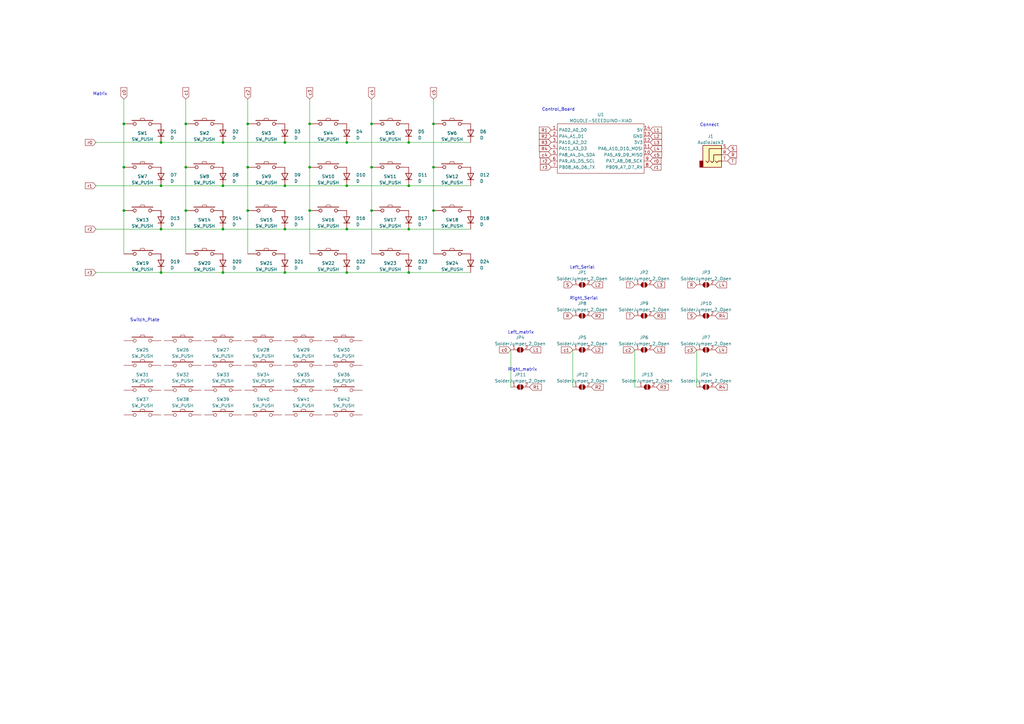
<source format=kicad_sch>
(kicad_sch (version 20230121) (generator eeschema)

  (uuid b81ce969-078a-4435-a819-7c4e9efc5348)

  (paper "A3")

  (lib_symbols
    (symbol "Connector_Audio:AudioJack3" (in_bom yes) (on_board yes)
      (property "Reference" "J" (at 0 8.89 0)
        (effects (font (size 1.27 1.27)))
      )
      (property "Value" "AudioJack3" (at 0 6.35 0)
        (effects (font (size 1.27 1.27)))
      )
      (property "Footprint" "" (at 0 0 0)
        (effects (font (size 1.27 1.27)) hide)
      )
      (property "Datasheet" "~" (at 0 0 0)
        (effects (font (size 1.27 1.27)) hide)
      )
      (property "ki_keywords" "audio jack receptacle stereo headphones phones TRS connector" (at 0 0 0)
        (effects (font (size 1.27 1.27)) hide)
      )
      (property "ki_description" "Audio Jack, 3 Poles (Stereo / TRS)" (at 0 0 0)
        (effects (font (size 1.27 1.27)) hide)
      )
      (property "ki_fp_filters" "Jack*" (at 0 0 0)
        (effects (font (size 1.27 1.27)) hide)
      )
      (symbol "AudioJack3_0_1"
        (rectangle (start -5.08 -5.08) (end -6.35 -2.54)
          (stroke (width 0.254) (type default))
          (fill (type outline))
        )
        (polyline
          (pts
            (xy 0 -2.54)
            (xy 0.635 -3.175)
            (xy 1.27 -2.54)
            (xy 2.54 -2.54)
          )
          (stroke (width 0.254) (type default))
          (fill (type none))
        )
        (polyline
          (pts
            (xy -1.905 -2.54)
            (xy -1.27 -3.175)
            (xy -0.635 -2.54)
            (xy -0.635 0)
            (xy 2.54 0)
          )
          (stroke (width 0.254) (type default))
          (fill (type none))
        )
        (polyline
          (pts
            (xy 2.54 2.54)
            (xy -2.54 2.54)
            (xy -2.54 -2.54)
            (xy -3.175 -3.175)
            (xy -3.81 -2.54)
          )
          (stroke (width 0.254) (type default))
          (fill (type none))
        )
        (rectangle (start 2.54 3.81) (end -5.08 -5.08)
          (stroke (width 0.254) (type default))
          (fill (type background))
        )
      )
      (symbol "AudioJack3_1_1"
        (pin passive line (at 5.08 0 180) (length 2.54)
          (name "~" (effects (font (size 1.27 1.27))))
          (number "R" (effects (font (size 1.27 1.27))))
        )
        (pin passive line (at 5.08 2.54 180) (length 2.54)
          (name "~" (effects (font (size 1.27 1.27))))
          (number "S" (effects (font (size 1.27 1.27))))
        )
        (pin passive line (at 5.08 -2.54 180) (length 2.54)
          (name "~" (effects (font (size 1.27 1.27))))
          (number "T" (effects (font (size 1.27 1.27))))
        )
      )
    )
    (symbol "Device:D" (pin_numbers hide) (pin_names (offset 1.016) hide) (in_bom yes) (on_board yes)
      (property "Reference" "D" (at 0 2.54 0)
        (effects (font (size 1.27 1.27)))
      )
      (property "Value" "D" (at 0 -2.54 0)
        (effects (font (size 1.27 1.27)))
      )
      (property "Footprint" "" (at 0 0 0)
        (effects (font (size 1.27 1.27)) hide)
      )
      (property "Datasheet" "~" (at 0 0 0)
        (effects (font (size 1.27 1.27)) hide)
      )
      (property "Sim.Device" "D" (at 0 0 0)
        (effects (font (size 1.27 1.27)) hide)
      )
      (property "Sim.Pins" "1=K 2=A" (at 0 0 0)
        (effects (font (size 1.27 1.27)) hide)
      )
      (property "ki_keywords" "diode" (at 0 0 0)
        (effects (font (size 1.27 1.27)) hide)
      )
      (property "ki_description" "Diode" (at 0 0 0)
        (effects (font (size 1.27 1.27)) hide)
      )
      (property "ki_fp_filters" "TO-???* *_Diode_* *SingleDiode* D_*" (at 0 0 0)
        (effects (font (size 1.27 1.27)) hide)
      )
      (symbol "D_0_1"
        (polyline
          (pts
            (xy -1.27 1.27)
            (xy -1.27 -1.27)
          )
          (stroke (width 0.254) (type default))
          (fill (type none))
        )
        (polyline
          (pts
            (xy 1.27 0)
            (xy -1.27 0)
          )
          (stroke (width 0) (type default))
          (fill (type none))
        )
        (polyline
          (pts
            (xy 1.27 1.27)
            (xy 1.27 -1.27)
            (xy -1.27 0)
            (xy 1.27 1.27)
          )
          (stroke (width 0.254) (type default))
          (fill (type none))
        )
      )
      (symbol "D_1_1"
        (pin passive line (at -3.81 0 0) (length 2.54)
          (name "K" (effects (font (size 1.27 1.27))))
          (number "1" (effects (font (size 1.27 1.27))))
        )
        (pin passive line (at 3.81 0 180) (length 2.54)
          (name "A" (effects (font (size 1.27 1.27))))
          (number "2" (effects (font (size 1.27 1.27))))
        )
      )
    )
    (symbol "Jumper:SolderJumper_2_Open" (pin_names (offset 0) hide) (in_bom yes) (on_board yes)
      (property "Reference" "JP" (at 0 2.032 0)
        (effects (font (size 1.27 1.27)))
      )
      (property "Value" "SolderJumper_2_Open" (at 0 -2.54 0)
        (effects (font (size 1.27 1.27)))
      )
      (property "Footprint" "" (at 0 0 0)
        (effects (font (size 1.27 1.27)) hide)
      )
      (property "Datasheet" "~" (at 0 0 0)
        (effects (font (size 1.27 1.27)) hide)
      )
      (property "ki_keywords" "solder jumper SPST" (at 0 0 0)
        (effects (font (size 1.27 1.27)) hide)
      )
      (property "ki_description" "Solder Jumper, 2-pole, open" (at 0 0 0)
        (effects (font (size 1.27 1.27)) hide)
      )
      (property "ki_fp_filters" "SolderJumper*Open*" (at 0 0 0)
        (effects (font (size 1.27 1.27)) hide)
      )
      (symbol "SolderJumper_2_Open_0_1"
        (arc (start -0.254 1.016) (mid -1.2656 0) (end -0.254 -1.016)
          (stroke (width 0) (type default))
          (fill (type none))
        )
        (arc (start -0.254 1.016) (mid -1.2656 0) (end -0.254 -1.016)
          (stroke (width 0) (type default))
          (fill (type outline))
        )
        (polyline
          (pts
            (xy -0.254 1.016)
            (xy -0.254 -1.016)
          )
          (stroke (width 0) (type default))
          (fill (type none))
        )
        (polyline
          (pts
            (xy 0.254 1.016)
            (xy 0.254 -1.016)
          )
          (stroke (width 0) (type default))
          (fill (type none))
        )
        (arc (start 0.254 -1.016) (mid 1.2656 0) (end 0.254 1.016)
          (stroke (width 0) (type default))
          (fill (type none))
        )
        (arc (start 0.254 -1.016) (mid 1.2656 0) (end 0.254 1.016)
          (stroke (width 0) (type default))
          (fill (type outline))
        )
      )
      (symbol "SolderJumper_2_Open_1_1"
        (pin passive line (at -3.81 0 0) (length 2.54)
          (name "A" (effects (font (size 1.27 1.27))))
          (number "1" (effects (font (size 1.27 1.27))))
        )
        (pin passive line (at 3.81 0 180) (length 2.54)
          (name "B" (effects (font (size 1.27 1.27))))
          (number "2" (effects (font (size 1.27 1.27))))
        )
      )
    )
    (symbol "MOUDLE-SEEEDUINO-XIAO:MOUDLE-SEEEDUINO-XIAO" (in_bom yes) (on_board yes)
      (property "Reference" "U" (at -16.51 11.43 0)
        (effects (font (size 1.27 1.27)))
      )
      (property "Value" "MOUDLE-SEEEDUINO-XIAO" (at -3.81 -11.43 0)
        (effects (font (size 1.27 1.27)))
      )
      (property "Footprint" "" (at -16.51 2.54 0)
        (effects (font (size 1.27 1.27)) hide)
      )
      (property "Datasheet" "" (at -16.51 2.54 0)
        (effects (font (size 1.27 1.27)) hide)
      )
      (symbol "MOUDLE-SEEEDUINO-XIAO_0_1"
        (rectangle (start -16.51 10.16) (end 19.05 -10.16)
          (stroke (width 0) (type default))
          (fill (type none))
        )
      )
      (symbol "MOUDLE-SEEEDUINO-XIAO_1_1"
        (pin unspecified line (at -19.05 7.62 0) (length 2.54)
          (name "PA02_A0_D0" (effects (font (size 1.27 1.27))))
          (number "1" (effects (font (size 1.27 1.27))))
        )
        (pin unspecified line (at 21.59 -2.54 180) (length 2.54)
          (name "PA5_A9_D9_MISO" (effects (font (size 1.27 1.27))))
          (number "10" (effects (font (size 1.27 1.27))))
        )
        (pin unspecified line (at 21.59 0 180) (length 2.54)
          (name "PA6_A10_D10_MOSI" (effects (font (size 1.27 1.27))))
          (number "11" (effects (font (size 1.27 1.27))))
        )
        (pin unspecified line (at 21.59 2.54 180) (length 2.54)
          (name "3V3" (effects (font (size 1.27 1.27))))
          (number "12" (effects (font (size 1.27 1.27))))
        )
        (pin unspecified line (at 21.59 5.08 180) (length 2.54)
          (name "GND" (effects (font (size 1.27 1.27))))
          (number "13" (effects (font (size 1.27 1.27))))
        )
        (pin unspecified line (at 21.59 7.62 180) (length 2.54)
          (name "5V" (effects (font (size 1.27 1.27))))
          (number "14" (effects (font (size 1.27 1.27))))
        )
        (pin unspecified line (at -19.05 5.08 0) (length 2.54)
          (name "PA4_A1_D1" (effects (font (size 1.27 1.27))))
          (number "2" (effects (font (size 1.27 1.27))))
        )
        (pin unspecified line (at -19.05 2.54 0) (length 2.54)
          (name "PA10_A2_D2" (effects (font (size 1.27 1.27))))
          (number "3" (effects (font (size 1.27 1.27))))
        )
        (pin unspecified line (at -19.0468 0.0151 0) (length 2.54)
          (name "PA11_A3_D3" (effects (font (size 1.27 1.27))))
          (number "4" (effects (font (size 1.27 1.27))))
        )
        (pin unspecified line (at -19.05 -2.54 0) (length 2.54)
          (name "PA8_A4_D4_SDA" (effects (font (size 1.27 1.27))))
          (number "5" (effects (font (size 1.27 1.27))))
        )
        (pin unspecified line (at -19.05 -5.08 0) (length 2.54)
          (name "PA9_A5_D5_SCL" (effects (font (size 1.27 1.27))))
          (number "6" (effects (font (size 1.27 1.27))))
        )
        (pin unspecified line (at -19.05 -7.62 0) (length 2.54)
          (name "PB08_A6_D6_TX" (effects (font (size 1.27 1.27))))
          (number "7" (effects (font (size 1.27 1.27))))
        )
        (pin unspecified line (at 21.59 -7.62 180) (length 2.54)
          (name "PB09_A7_D7_RX" (effects (font (size 1.27 1.27))))
          (number "8" (effects (font (size 1.27 1.27))))
        )
        (pin unspecified line (at 21.59 -5.08 180) (length 2.54)
          (name "PA7_A8_D8_SCK" (effects (font (size 1.27 1.27))))
          (number "9" (effects (font (size 1.27 1.27))))
        )
      )
    )
    (symbol "foostan:SW_PUSH" (pin_numbers hide) (pin_names (offset 1.016) hide) (in_bom yes) (on_board yes)
      (property "Reference" "SW" (at 3.81 2.794 0)
        (effects (font (size 1.27 1.27)))
      )
      (property "Value" "SW_PUSH" (at 0 -2.032 0)
        (effects (font (size 1.27 1.27)))
      )
      (property "Footprint" "" (at 0 0 0)
        (effects (font (size 1.27 1.27)))
      )
      (property "Datasheet" "" (at 0 0 0)
        (effects (font (size 1.27 1.27)))
      )
      (symbol "SW_PUSH_0_1"
        (rectangle (start -4.318 1.27) (end 4.318 1.524)
          (stroke (width 0) (type solid))
          (fill (type none))
        )
        (polyline
          (pts
            (xy -1.016 1.524)
            (xy -0.762 2.286)
            (xy 0.762 2.286)
            (xy 1.016 1.524)
          )
          (stroke (width 0) (type solid))
          (fill (type none))
        )
        (pin passive inverted (at -7.62 0 0) (length 5.08)
          (name "1" (effects (font (size 1.27 1.27))))
          (number "1" (effects (font (size 1.27 1.27))))
        )
        (pin passive inverted (at 7.62 0 180) (length 5.08)
          (name "2" (effects (font (size 1.27 1.27))))
          (number "2" (effects (font (size 1.27 1.27))))
        )
      )
    )
  )

  (junction (at 101.6 68.58) (diameter 0) (color 0 0 0 0)
    (uuid 05337790-03be-46d5-8bb1-8a72b55910c5)
  )
  (junction (at 177.8 50.8) (diameter 0) (color 0 0 0 0)
    (uuid 05a55ab6-d346-4cb1-b389-9f80f0ac851c)
  )
  (junction (at 91.44 58.42) (diameter 0) (color 0 0 0 0)
    (uuid 15ca38eb-76d7-4fe7-9532-71a9aa169932)
  )
  (junction (at 91.44 93.98) (diameter 0) (color 0 0 0 0)
    (uuid 19244ebe-6a40-4d6e-8067-c4fbf06d9646)
  )
  (junction (at 76.2 68.58) (diameter 0) (color 0 0 0 0)
    (uuid 2007531b-b63e-4f16-9fff-953bc116c3ab)
  )
  (junction (at 142.24 93.98) (diameter 0) (color 0 0 0 0)
    (uuid 2d06ce51-81f4-4b8f-ac1b-b7c89e654e5d)
  )
  (junction (at 101.6 86.36) (diameter 0) (color 0 0 0 0)
    (uuid 3620bd5f-0710-4232-bd43-926d41c0fcfc)
  )
  (junction (at 66.04 76.2) (diameter 0) (color 0 0 0 0)
    (uuid 4195dfab-7039-41e3-99f7-912097fac920)
  )
  (junction (at 152.4 50.8) (diameter 0) (color 0 0 0 0)
    (uuid 42b9ce78-9b63-4ec1-9108-e6a36d1d03bd)
  )
  (junction (at 116.84 93.98) (diameter 0) (color 0 0 0 0)
    (uuid 474baadd-2069-4e19-bdec-2fe2485f1b87)
  )
  (junction (at 76.2 50.8) (diameter 0) (color 0 0 0 0)
    (uuid 4993c9c2-690d-4d3d-b072-e3881e197188)
  )
  (junction (at 66.04 93.98) (diameter 0) (color 0 0 0 0)
    (uuid 4ad6278d-f8b3-497d-8984-31f763facf94)
  )
  (junction (at 50.8 68.58) (diameter 0) (color 0 0 0 0)
    (uuid 539c1742-e499-420c-a171-e7acb437e044)
  )
  (junction (at 142.24 58.42) (diameter 0) (color 0 0 0 0)
    (uuid 60af0f8e-bbdb-40b6-83ef-bd11c0290eca)
  )
  (junction (at 50.8 86.36) (diameter 0) (color 0 0 0 0)
    (uuid 6499acc9-97ac-449b-88fa-0ca29d3d4d24)
  )
  (junction (at 66.04 58.42) (diameter 0) (color 0 0 0 0)
    (uuid 69fca5c2-5671-43c7-8b0c-fd9934c83fc8)
  )
  (junction (at 127 86.36) (diameter 0) (color 0 0 0 0)
    (uuid 731dff8a-cc8c-4a95-837e-3674770fcbec)
  )
  (junction (at 76.2 86.36) (diameter 0) (color 0 0 0 0)
    (uuid 7aa9d736-df51-4e00-852d-9f2d5bcc29bf)
  )
  (junction (at 177.8 68.58) (diameter 0) (color 0 0 0 0)
    (uuid 7f9929b5-2ca5-42bf-84b9-a3af846937eb)
  )
  (junction (at 167.64 58.42) (diameter 0) (color 0 0 0 0)
    (uuid 81f9a284-af05-4f24-9bff-713b040a78d9)
  )
  (junction (at 152.4 86.36) (diameter 0) (color 0 0 0 0)
    (uuid 8fa58d69-4c5d-4818-ad07-56a8b8a88499)
  )
  (junction (at 66.04 111.76) (diameter 0) (color 0 0 0 0)
    (uuid 98976e8a-af85-466e-8cb4-cb35234ab151)
  )
  (junction (at 177.8 86.36) (diameter 0) (color 0 0 0 0)
    (uuid a7cbd832-5899-4295-b961-1872eaf59f6b)
  )
  (junction (at 167.64 111.76) (diameter 0) (color 0 0 0 0)
    (uuid b68ba6b1-155d-406c-bcb9-5d2ec11a7589)
  )
  (junction (at 167.64 76.2) (diameter 0) (color 0 0 0 0)
    (uuid b99d6b3c-450e-49aa-a852-abe8a027b356)
  )
  (junction (at 91.44 76.2) (diameter 0) (color 0 0 0 0)
    (uuid b9e36b8f-f3c2-4bf9-b981-7a4a5211b78e)
  )
  (junction (at 142.24 76.2) (diameter 0) (color 0 0 0 0)
    (uuid c225f90a-63d7-4ab4-b3eb-72076ecdc15f)
  )
  (junction (at 152.4 68.58) (diameter 0) (color 0 0 0 0)
    (uuid d30a7fdb-3cc6-494e-a2bd-9af5647756ff)
  )
  (junction (at 91.44 111.76) (diameter 0) (color 0 0 0 0)
    (uuid d7060b17-df57-4ca9-b790-99762237c23c)
  )
  (junction (at 101.6 50.8) (diameter 0) (color 0 0 0 0)
    (uuid d8501ee6-37e1-4b60-979d-757300af1ffb)
  )
  (junction (at 167.64 93.98) (diameter 0) (color 0 0 0 0)
    (uuid dbc0526a-7d28-42d5-af07-824c3965c5c6)
  )
  (junction (at 116.84 76.2) (diameter 0) (color 0 0 0 0)
    (uuid df0afa1d-ab78-487b-8fbe-0f86ecd79ccb)
  )
  (junction (at 116.84 58.42) (diameter 0) (color 0 0 0 0)
    (uuid e315c161-f27b-42cb-b8fe-b0d17d4e9ba2)
  )
  (junction (at 142.24 111.76) (diameter 0) (color 0 0 0 0)
    (uuid e828e152-7307-4cbe-9f60-c3717776c86b)
  )
  (junction (at 127 68.58) (diameter 0) (color 0 0 0 0)
    (uuid e83c8f5b-748d-4d98-b54a-3f173a8cf4e2)
  )
  (junction (at 127 50.8) (diameter 0) (color 0 0 0 0)
    (uuid ea82697c-2e81-4ded-bd3e-034f2c654e7c)
  )
  (junction (at 50.8 50.8) (diameter 0) (color 0 0 0 0)
    (uuid f1944978-072e-452c-bb61-7132baeb28e9)
  )
  (junction (at 116.84 111.76) (diameter 0) (color 0 0 0 0)
    (uuid f4f5a580-16eb-4400-b535-529f3c32cd44)
  )

  (wire (pts (xy 177.8 50.8) (xy 177.8 68.58))
    (stroke (width 0) (type default))
    (uuid 00920bc9-7c17-4351-97ee-aaaf6ab20cc4)
  )
  (wire (pts (xy 226.0632 60.96) (xy 226.06 60.96))
    (stroke (width 0) (type default))
    (uuid 034943fc-0920-413c-b475-3d074b28b499)
  )
  (wire (pts (xy 152.4 40.64) (xy 152.4 50.8))
    (stroke (width 0) (type default))
    (uuid 03670058-f1cd-4176-8dbc-f7e24ce9f02c)
  )
  (wire (pts (xy 76.2 50.8) (xy 76.2 68.58))
    (stroke (width 0) (type default))
    (uuid 071667d6-8581-4559-86dc-945e02389e56)
  )
  (wire (pts (xy 177.8 40.64) (xy 177.8 50.8))
    (stroke (width 0) (type default))
    (uuid 0be61c40-2492-4757-8711-a5f4ec038500)
  )
  (wire (pts (xy 50.8 40.64) (xy 50.8 50.8))
    (stroke (width 0) (type default))
    (uuid 0d03e211-32ce-4a1b-87be-dc46782323ac)
  )
  (wire (pts (xy 91.44 76.2) (xy 116.84 76.2))
    (stroke (width 0) (type default))
    (uuid 1a5e93b6-5527-4fab-9390-9e81f65bf4ad)
  )
  (wire (pts (xy 116.84 93.98) (xy 142.24 93.98))
    (stroke (width 0) (type default))
    (uuid 1c36dce3-9db0-40bf-99f2-5d6609389f6d)
  )
  (wire (pts (xy 285.75 143.51) (xy 285.75 158.75))
    (stroke (width 0) (type default))
    (uuid 1e8d0399-6b94-4452-a988-48889ea9e5aa)
  )
  (wire (pts (xy 260.35 143.51) (xy 260.35 158.75))
    (stroke (width 0) (type default))
    (uuid 20d3f633-e654-435d-aabe-feef2706549c)
  )
  (wire (pts (xy 50.8 50.8) (xy 50.8 68.58))
    (stroke (width 0) (type default))
    (uuid 2274e728-15a2-4168-9425-2ea99f9b7b5c)
  )
  (wire (pts (xy 167.64 76.2) (xy 193.04 76.2))
    (stroke (width 0) (type default))
    (uuid 29595b48-cedb-4a70-bbbb-4abca8ad8ecb)
  )
  (wire (pts (xy 76.2 68.58) (xy 76.2 86.36))
    (stroke (width 0) (type default))
    (uuid 301df751-7093-4360-8ccd-dca7c75f0f9f)
  )
  (wire (pts (xy 152.4 68.58) (xy 152.4 86.36))
    (stroke (width 0) (type default))
    (uuid 33c6933e-aebe-4a4c-86a8-64dff56d1599)
  )
  (wire (pts (xy 91.44 111.76) (xy 116.84 111.76))
    (stroke (width 0) (type default))
    (uuid 35365218-d4db-408a-85c4-f5557a102263)
  )
  (wire (pts (xy 177.8 86.36) (xy 177.8 104.14))
    (stroke (width 0) (type default))
    (uuid 3565dcbb-2a46-4772-8c90-e00f3c710adf)
  )
  (wire (pts (xy 142.24 58.42) (xy 167.64 58.42))
    (stroke (width 0) (type default))
    (uuid 3af467fa-fdb4-4091-8420-39cd787b43cd)
  )
  (wire (pts (xy 76.2 86.36) (xy 76.2 104.14))
    (stroke (width 0) (type default))
    (uuid 4237c867-de4d-4fd5-a026-4da14c151f21)
  )
  (wire (pts (xy 39.37 76.2) (xy 66.04 76.2))
    (stroke (width 0) (type default))
    (uuid 4dd53975-b63b-4a83-abc0-dc4f00eb4d78)
  )
  (wire (pts (xy 66.04 93.98) (xy 91.44 93.98))
    (stroke (width 0) (type default))
    (uuid 50e46a29-1561-4482-8b15-a64eaa6b4ce1)
  )
  (wire (pts (xy 226.0632 60.9449) (xy 226.0632 60.96))
    (stroke (width 0) (type default))
    (uuid 53c23311-838f-4c0d-a71d-e69be7e82a14)
  )
  (wire (pts (xy 127 40.64) (xy 127 50.8))
    (stroke (width 0) (type default))
    (uuid 579deb29-75ab-4660-b567-d59928320cf9)
  )
  (wire (pts (xy 101.6 50.8) (xy 101.6 68.58))
    (stroke (width 0) (type default))
    (uuid 5d6ab934-3c73-496a-9fdf-962a797b7f44)
  )
  (wire (pts (xy 142.24 111.76) (xy 167.64 111.76))
    (stroke (width 0) (type default))
    (uuid 60b9e85b-dc06-45f2-8f40-020fbcc4af56)
  )
  (wire (pts (xy 260.35 158.75) (xy 261.62 158.75))
    (stroke (width 0) (type default))
    (uuid 664b1f59-a987-4626-88fc-14563548dc65)
  )
  (wire (pts (xy 76.2 40.64) (xy 76.2 50.8))
    (stroke (width 0) (type default))
    (uuid 6a5d0f0b-77ba-483e-bb0d-32ce9cc8e1dc)
  )
  (wire (pts (xy 91.44 58.42) (xy 116.84 58.42))
    (stroke (width 0) (type default))
    (uuid 7a3a7319-f606-4777-a51e-65f776b44f75)
  )
  (wire (pts (xy 101.6 86.36) (xy 101.6 104.14))
    (stroke (width 0) (type default))
    (uuid 8339a3ea-0079-4d63-91bc-ced5eea68b99)
  )
  (wire (pts (xy 101.6 40.64) (xy 101.6 50.8))
    (stroke (width 0) (type default))
    (uuid 86cb8fcf-6445-437f-93d7-14e7071a5223)
  )
  (wire (pts (xy 66.04 76.2) (xy 91.44 76.2))
    (stroke (width 0) (type default))
    (uuid 94566dac-108e-4b01-9f96-68298c48b81f)
  )
  (wire (pts (xy 152.4 50.8) (xy 152.4 68.58))
    (stroke (width 0) (type default))
    (uuid 955f5e9a-8076-47c6-a0cc-1f7ceb8ec569)
  )
  (wire (pts (xy 152.4 86.36) (xy 152.4 104.14))
    (stroke (width 0) (type default))
    (uuid 997cb6d8-92cc-4ee2-b152-de942280faa6)
  )
  (wire (pts (xy 66.04 111.76) (xy 91.44 111.76))
    (stroke (width 0) (type default))
    (uuid a34f2093-4c10-42da-b6f6-6b9129a3c1ea)
  )
  (wire (pts (xy 116.84 58.42) (xy 142.24 58.42))
    (stroke (width 0) (type default))
    (uuid a4d60fa1-34ad-41fa-a386-5dc4611bee23)
  )
  (wire (pts (xy 50.8 86.36) (xy 50.8 104.14))
    (stroke (width 0) (type default))
    (uuid a5c51ecb-4143-427a-bd27-01f4de405ac2)
  )
  (wire (pts (xy 116.84 76.2) (xy 142.24 76.2))
    (stroke (width 0) (type default))
    (uuid a7ba2bba-2ec3-4c94-ad66-3706bfdbdefe)
  )
  (wire (pts (xy 39.37 58.42) (xy 66.04 58.42))
    (stroke (width 0) (type default))
    (uuid a9e333e8-fd24-49ba-bf4c-05576ba73745)
  )
  (wire (pts (xy 127 86.36) (xy 127 104.14))
    (stroke (width 0) (type default))
    (uuid ac923025-67e0-40ba-8897-fda768f19f67)
  )
  (wire (pts (xy 101.6 68.58) (xy 101.6 86.36))
    (stroke (width 0) (type default))
    (uuid ae9b6106-5b00-4940-a46e-90185e5d1a87)
  )
  (wire (pts (xy 50.8 68.58) (xy 50.8 86.36))
    (stroke (width 0) (type default))
    (uuid b5605bde-2745-4085-beec-9450755992b5)
  )
  (wire (pts (xy 39.37 111.76) (xy 66.04 111.76))
    (stroke (width 0) (type default))
    (uuid bbdc3ea5-cc3d-452c-b016-2cd41c2fad3d)
  )
  (wire (pts (xy 127 68.58) (xy 127 86.36))
    (stroke (width 0) (type default))
    (uuid bfab5501-e14c-4bd9-9506-8e7ff9443ecb)
  )
  (wire (pts (xy 167.64 58.42) (xy 193.04 58.42))
    (stroke (width 0) (type default))
    (uuid c06ac141-0728-473e-bdce-3e9b86777fb0)
  )
  (wire (pts (xy 177.8 68.58) (xy 177.8 86.36))
    (stroke (width 0) (type default))
    (uuid ce9634de-8afc-4a6d-a09a-07c8d07192f9)
  )
  (wire (pts (xy 116.84 111.76) (xy 142.24 111.76))
    (stroke (width 0) (type default))
    (uuid d13e2af5-af05-4322-a191-c69dca2cd10d)
  )
  (wire (pts (xy 127 50.8) (xy 127 68.58))
    (stroke (width 0) (type default))
    (uuid d2b5d4cd-5184-420e-9157-00de841a213f)
  )
  (wire (pts (xy 142.24 76.2) (xy 167.64 76.2))
    (stroke (width 0) (type default))
    (uuid d56a8fbb-a752-4199-877d-4de11f8ff65f)
  )
  (wire (pts (xy 167.64 111.76) (xy 193.04 111.76))
    (stroke (width 0) (type default))
    (uuid d6986709-1363-406b-94fb-7f1cd567e656)
  )
  (wire (pts (xy 209.55 143.51) (xy 209.55 158.75))
    (stroke (width 0) (type default))
    (uuid da405f74-8ede-4995-b6c0-88bc4f700270)
  )
  (wire (pts (xy 167.64 93.98) (xy 193.04 93.98))
    (stroke (width 0) (type default))
    (uuid df4ca739-405b-44c8-aeba-78efa4dc725b)
  )
  (wire (pts (xy 142.24 93.98) (xy 167.64 93.98))
    (stroke (width 0) (type default))
    (uuid e4b63429-2c69-4665-a639-860872488ede)
  )
  (wire (pts (xy 39.37 93.98) (xy 66.04 93.98))
    (stroke (width 0) (type default))
    (uuid e6c82091-c4d2-4b67-b70b-230d8e382e82)
  )
  (wire (pts (xy 91.44 93.98) (xy 116.84 93.98))
    (stroke (width 0) (type default))
    (uuid ebf31919-c75e-4e68-9869-fcfa89f3bb45)
  )
  (wire (pts (xy 234.95 143.51) (xy 234.95 158.75))
    (stroke (width 0) (type default))
    (uuid f613d044-ba8a-4f65-a2a4-e7b64a975bd7)
  )
  (wire (pts (xy 66.04 58.42) (xy 91.44 58.42))
    (stroke (width 0) (type default))
    (uuid fc831089-e98e-4bf8-aab0-caf8da275feb)
  )

  (text "Left_Serial" (at 233.68 110.49 0)
    (effects (font (size 1.27 1.27)) (justify left bottom))
    (uuid 0f1b439d-2cc3-456f-ba43-14e2cd9ae547)
  )
  (text "Right_matrix" (at 208.28 152.4 0)
    (effects (font (size 1.27 1.27)) (justify left bottom))
    (uuid 163449f5-1b6b-45fd-81c7-3bdbe2c0781a)
  )
  (text "Left_matrix" (at 208.28 137.16 0)
    (effects (font (size 1.27 1.27)) (justify left bottom))
    (uuid 3ccec750-711e-47b5-9d3a-ce61c8d3dfb6)
  )
  (text "Right_Serial" (at 233.68 123.19 0)
    (effects (font (size 1.27 1.27)) (justify left bottom))
    (uuid 78b0da03-ecf3-446b-8fc8-b3994a3eac39)
  )
  (text "Switch_Plate" (at 53.34 132.08 0)
    (effects (font (size 1.27 1.27)) (justify left bottom))
    (uuid 7d9e55e4-6f69-4ad5-8eab-cdf7f9d5bf11)
  )
  (text "Control_Board" (at 222.25 45.72 0)
    (effects (font (size 1.27 1.27)) (justify left bottom))
    (uuid b1147900-a316-4971-8fd9-effaa3b996a3)
  )
  (text "Matrix" (at 38.1 39.37 0)
    (effects (font (size 1.27 1.27)) (justify left bottom))
    (uuid e24eee6b-dc36-45fa-88d6-4d3cbeaa3fcc)
  )
  (text "Connect" (at 287.02 52.07 0)
    (effects (font (size 1.27 1.27)) (justify left bottom))
    (uuid f6972bc0-a5b7-44af-aaa9-f18a60585617)
  )

  (global_label "L2" (shape input) (at 266.7 55.88 0) (fields_autoplaced)
    (effects (font (size 1.27 1.27)) (justify left))
    (uuid 047ef90e-8328-4821-8857-36834c18773a)
    (property "Intersheetrefs" "${INTERSHEET_REFS}" (at 271.8434 55.88 0)
      (effects (font (size 1.27 1.27)) (justify left) hide)
    )
  )
  (global_label "L1" (shape input) (at 217.17 143.51 0) (fields_autoplaced)
    (effects (font (size 1.27 1.27)) (justify left))
    (uuid 0496692d-03a8-4b53-9697-ea8be101a99e)
    (property "Intersheetrefs" "${INTERSHEET_REFS}" (at 222.3134 143.51 0)
      (effects (font (size 1.27 1.27)) (justify left) hide)
    )
  )
  (global_label "L4" (shape input) (at 293.37 143.51 0) (fields_autoplaced)
    (effects (font (size 1.27 1.27)) (justify left))
    (uuid 06452f89-8211-45b8-9a01-2935ea076c1f)
    (property "Intersheetrefs" "${INTERSHEET_REFS}" (at 298.5134 143.51 0)
      (effects (font (size 1.27 1.27)) (justify left) hide)
    )
  )
  (global_label "L2" (shape input) (at 242.57 143.51 0) (fields_autoplaced)
    (effects (font (size 1.27 1.27)) (justify left))
    (uuid 0c72c796-1f9c-4e86-8c23-f3e4f2bab745)
    (property "Intersheetrefs" "${INTERSHEET_REFS}" (at 247.7134 143.51 0)
      (effects (font (size 1.27 1.27)) (justify left) hide)
    )
  )
  (global_label "T" (shape input) (at 298.45 66.04 0) (fields_autoplaced)
    (effects (font (size 1.27 1.27)) (justify left))
    (uuid 1227186c-7ffb-462f-895d-863482a20546)
    (property "Intersheetrefs" "${INTERSHEET_REFS}" (at 302.3234 66.04 0)
      (effects (font (size 1.27 1.27)) (justify left) hide)
    )
  )
  (global_label "R1" (shape input) (at 226.06 53.34 180) (fields_autoplaced)
    (effects (font (size 1.27 1.27)) (justify right))
    (uuid 149c99fa-8adb-4b4d-8029-abe4fb8c5b4b)
    (property "Intersheetrefs" "${INTERSHEET_REFS}" (at 220.6747 53.34 0)
      (effects (font (size 1.27 1.27)) (justify right) hide)
    )
  )
  (global_label "S" (shape input) (at 298.45 60.96 0) (fields_autoplaced)
    (effects (font (size 1.27 1.27)) (justify left))
    (uuid 1a1c22d4-b26a-416e-abd7-f14e832ca899)
    (property "Intersheetrefs" "${INTERSHEET_REFS}" (at 302.5653 60.96 0)
      (effects (font (size 1.27 1.27)) (justify left) hide)
    )
  )
  (global_label "c2" (shape input) (at 101.6 40.64 90) (fields_autoplaced)
    (effects (font (size 1.27 1.27)) (justify left))
    (uuid 1bf13c78-f2a3-4c72-b5a7-6a9b91a6db70)
    (property "Intersheetrefs" "${INTERSHEET_REFS}" (at 101.6 35.4361 90)
      (effects (font (size 1.27 1.27)) (justify left) hide)
    )
  )
  (global_label "c3" (shape input) (at 127 40.64 90) (fields_autoplaced)
    (effects (font (size 1.27 1.27)) (justify left))
    (uuid 26d9904b-27fa-4d6b-931c-cb726a15f694)
    (property "Intersheetrefs" "${INTERSHEET_REFS}" (at 127 35.4361 90)
      (effects (font (size 1.27 1.27)) (justify left) hide)
    )
  )
  (global_label "c5" (shape input) (at 266.7 63.5 0) (fields_autoplaced)
    (effects (font (size 1.27 1.27)) (justify left))
    (uuid 2ed574aa-976d-4278-a4a0-55ce6efc6156)
    (property "Intersheetrefs" "${INTERSHEET_REFS}" (at 271.9039 63.5 0)
      (effects (font (size 1.27 1.27)) (justify left) hide)
    )
  )
  (global_label "L1" (shape input) (at 266.7 53.34 0) (fields_autoplaced)
    (effects (font (size 1.27 1.27)) (justify left))
    (uuid 3136542e-8660-4e51-878d-869bd94d8bec)
    (property "Intersheetrefs" "${INTERSHEET_REFS}" (at 271.8434 53.34 0)
      (effects (font (size 1.27 1.27)) (justify left) hide)
    )
  )
  (global_label "c3" (shape input) (at 285.75 143.51 180) (fields_autoplaced)
    (effects (font (size 1.27 1.27)) (justify right))
    (uuid 356689fa-4801-45f1-be98-43997438f58f)
    (property "Intersheetrefs" "${INTERSHEET_REFS}" (at 280.5461 143.51 0)
      (effects (font (size 1.27 1.27)) (justify right) hide)
    )
  )
  (global_label "R" (shape input) (at 285.75 116.84 180) (fields_autoplaced)
    (effects (font (size 1.27 1.27)) (justify right))
    (uuid 35a5f3fb-93a9-410c-a00d-d2b13aa85857)
    (property "Intersheetrefs" "${INTERSHEET_REFS}" (at 281.5742 116.84 0)
      (effects (font (size 1.27 1.27)) (justify right) hide)
    )
  )
  (global_label "S" (shape input) (at 285.75 129.54 180) (fields_autoplaced)
    (effects (font (size 1.27 1.27)) (justify right))
    (uuid 388d0437-ad47-4a98-82ba-a70f33ffedf4)
    (property "Intersheetrefs" "${INTERSHEET_REFS}" (at 281.6347 129.54 0)
      (effects (font (size 1.27 1.27)) (justify right) hide)
    )
  )
  (global_label "R4" (shape input) (at 293.37 158.75 0) (fields_autoplaced)
    (effects (font (size 1.27 1.27)) (justify left))
    (uuid 3f859153-72c1-47ca-a55a-b27fefe54fd5)
    (property "Intersheetrefs" "${INTERSHEET_REFS}" (at 298.7553 158.75 0)
      (effects (font (size 1.27 1.27)) (justify left) hide)
    )
  )
  (global_label "r0" (shape input) (at 266.7 66.04 0) (fields_autoplaced)
    (effects (font (size 1.27 1.27)) (justify left))
    (uuid 405e6fc9-512f-4c83-a088-bc1979d50e98)
    (property "Intersheetrefs" "${INTERSHEET_REFS}" (at 271.6015 66.04 0)
      (effects (font (size 1.27 1.27)) (justify left) hide)
    )
  )
  (global_label "R3" (shape input) (at 269.24 158.75 0) (fields_autoplaced)
    (effects (font (size 1.27 1.27)) (justify left))
    (uuid 41bf9499-f08d-4af0-b2b8-3bc963dbef1c)
    (property "Intersheetrefs" "${INTERSHEET_REFS}" (at 274.6253 158.75 0)
      (effects (font (size 1.27 1.27)) (justify left) hide)
    )
  )
  (global_label "L2" (shape input) (at 242.57 116.84 0) (fields_autoplaced)
    (effects (font (size 1.27 1.27)) (justify left))
    (uuid 45234959-4a26-4c33-bff7-d8b1abbb3711)
    (property "Intersheetrefs" "${INTERSHEET_REFS}" (at 247.7134 116.84 0)
      (effects (font (size 1.27 1.27)) (justify left) hide)
    )
  )
  (global_label "c2" (shape input) (at 260.35 143.51 180) (fields_autoplaced)
    (effects (font (size 1.27 1.27)) (justify right))
    (uuid 4ab53d53-1b91-4159-a121-8b3d0a656b52)
    (property "Intersheetrefs" "${INTERSHEET_REFS}" (at 255.1461 143.51 0)
      (effects (font (size 1.27 1.27)) (justify right) hide)
    )
  )
  (global_label "r2" (shape input) (at 39.37 93.98 180) (fields_autoplaced)
    (effects (font (size 1.27 1.27)) (justify right))
    (uuid 4bd294cd-91cd-48ee-b7c2-a093e4709421)
    (property "Intersheetrefs" "${INTERSHEET_REFS}" (at 34.4685 93.98 0)
      (effects (font (size 1.27 1.27)) (justify right) hide)
    )
  )
  (global_label "R2" (shape input) (at 242.57 129.54 0) (fields_autoplaced)
    (effects (font (size 1.27 1.27)) (justify left))
    (uuid 544355dc-4a6d-4e2e-b432-4f6048d9ec6e)
    (property "Intersheetrefs" "${INTERSHEET_REFS}" (at 247.9553 129.54 0)
      (effects (font (size 1.27 1.27)) (justify left) hide)
    )
  )
  (global_label "L3" (shape input) (at 267.97 143.51 0) (fields_autoplaced)
    (effects (font (size 1.27 1.27)) (justify left))
    (uuid 5b6f8a01-38be-4744-973c-3adf5d3e3f6f)
    (property "Intersheetrefs" "${INTERSHEET_REFS}" (at 273.1134 143.51 0)
      (effects (font (size 1.27 1.27)) (justify left) hide)
    )
  )
  (global_label "L3" (shape input) (at 266.7 58.42 0) (fields_autoplaced)
    (effects (font (size 1.27 1.27)) (justify left))
    (uuid 6572dcfa-c00c-4a8f-95db-0c2de73089af)
    (property "Intersheetrefs" "${INTERSHEET_REFS}" (at 271.8434 58.42 0)
      (effects (font (size 1.27 1.27)) (justify left) hide)
    )
  )
  (global_label "r3" (shape input) (at 39.37 111.76 180) (fields_autoplaced)
    (effects (font (size 1.27 1.27)) (justify right))
    (uuid 68b5b157-84a9-4af4-bcef-cab1e9e4b717)
    (property "Intersheetrefs" "${INTERSHEET_REFS}" (at 34.4685 111.76 0)
      (effects (font (size 1.27 1.27)) (justify right) hide)
    )
  )
  (global_label "c0" (shape input) (at 209.55 143.51 180) (fields_autoplaced)
    (effects (font (size 1.27 1.27)) (justify right))
    (uuid 6b50a74d-698a-483e-bf3f-10228948bccd)
    (property "Intersheetrefs" "${INTERSHEET_REFS}" (at 204.3461 143.51 0)
      (effects (font (size 1.27 1.27)) (justify right) hide)
    )
  )
  (global_label "R4" (shape input) (at 226.06 60.96 180) (fields_autoplaced)
    (effects (font (size 1.27 1.27)) (justify right))
    (uuid 6cf254ce-1b33-4a6c-ae3d-32f950ba060c)
    (property "Intersheetrefs" "${INTERSHEET_REFS}" (at 220.6747 60.96 0)
      (effects (font (size 1.27 1.27)) (justify right) hide)
    )
  )
  (global_label "T" (shape input) (at 260.35 129.54 180) (fields_autoplaced)
    (effects (font (size 1.27 1.27)) (justify right))
    (uuid 736e286e-4ade-4b07-814e-389fc9219f18)
    (property "Intersheetrefs" "${INTERSHEET_REFS}" (at 256.4766 129.54 0)
      (effects (font (size 1.27 1.27)) (justify right) hide)
    )
  )
  (global_label "R" (shape input) (at 298.45 63.5 0) (fields_autoplaced)
    (effects (font (size 1.27 1.27)) (justify left))
    (uuid 8f08f499-7e1c-420f-a047-53bed92555b4)
    (property "Intersheetrefs" "${INTERSHEET_REFS}" (at 302.6258 63.5 0)
      (effects (font (size 1.27 1.27)) (justify left) hide)
    )
  )
  (global_label "R3" (shape input) (at 267.97 129.54 0) (fields_autoplaced)
    (effects (font (size 1.27 1.27)) (justify left))
    (uuid 8f8f6ce6-cb46-4e2d-beb2-33c9edccf8b2)
    (property "Intersheetrefs" "${INTERSHEET_REFS}" (at 273.3553 129.54 0)
      (effects (font (size 1.27 1.27)) (justify left) hide)
    )
  )
  (global_label "c1" (shape input) (at 234.95 143.51 180) (fields_autoplaced)
    (effects (font (size 1.27 1.27)) (justify right))
    (uuid 95b68b79-3d7d-482f-935d-ffc4da7a684b)
    (property "Intersheetrefs" "${INTERSHEET_REFS}" (at 229.7461 143.51 0)
      (effects (font (size 1.27 1.27)) (justify right) hide)
    )
  )
  (global_label "r1" (shape input) (at 39.37 76.2 180) (fields_autoplaced)
    (effects (font (size 1.27 1.27)) (justify right))
    (uuid 9ad29aa3-19f9-4a33-8f99-97ed01bcdb04)
    (property "Intersheetrefs" "${INTERSHEET_REFS}" (at 34.4685 76.2 0)
      (effects (font (size 1.27 1.27)) (justify right) hide)
    )
  )
  (global_label "r3" (shape input) (at 226.06 68.58 180) (fields_autoplaced)
    (effects (font (size 1.27 1.27)) (justify right))
    (uuid a38d9ee1-785a-4dc2-ae39-102a0b86781a)
    (property "Intersheetrefs" "${INTERSHEET_REFS}" (at 221.1585 68.58 0)
      (effects (font (size 1.27 1.27)) (justify right) hide)
    )
  )
  (global_label "L3" (shape input) (at 267.97 116.84 0) (fields_autoplaced)
    (effects (font (size 1.27 1.27)) (justify left))
    (uuid ab0e6c48-d8ee-46e0-86fc-b81f32dcebf3)
    (property "Intersheetrefs" "${INTERSHEET_REFS}" (at 273.1134 116.84 0)
      (effects (font (size 1.27 1.27)) (justify left) hide)
    )
  )
  (global_label "R" (shape input) (at 234.95 129.54 180) (fields_autoplaced)
    (effects (font (size 1.27 1.27)) (justify right))
    (uuid acea846f-9a00-4299-98fa-cc1a17ff86d2)
    (property "Intersheetrefs" "${INTERSHEET_REFS}" (at 230.7742 129.54 0)
      (effects (font (size 1.27 1.27)) (justify right) hide)
    )
  )
  (global_label "r1" (shape input) (at 266.7 68.58 0) (fields_autoplaced)
    (effects (font (size 1.27 1.27)) (justify left))
    (uuid b30354f7-a456-4e05-af30-f437c7508e2f)
    (property "Intersheetrefs" "${INTERSHEET_REFS}" (at 271.6015 68.58 0)
      (effects (font (size 1.27 1.27)) (justify left) hide)
    )
  )
  (global_label "L4" (shape input) (at 266.7 60.96 0) (fields_autoplaced)
    (effects (font (size 1.27 1.27)) (justify left))
    (uuid b6cd4541-c39f-486b-9d68-7d68c4fa6057)
    (property "Intersheetrefs" "${INTERSHEET_REFS}" (at 271.8434 60.96 0)
      (effects (font (size 1.27 1.27)) (justify left) hide)
    )
  )
  (global_label "R1" (shape input) (at 217.17 158.75 0) (fields_autoplaced)
    (effects (font (size 1.27 1.27)) (justify left))
    (uuid c3749afe-07a3-4577-b825-a5e6e5b84433)
    (property "Intersheetrefs" "${INTERSHEET_REFS}" (at 222.5553 158.75 0)
      (effects (font (size 1.27 1.27)) (justify left) hide)
    )
  )
  (global_label "c0" (shape input) (at 50.8 40.64 90) (fields_autoplaced)
    (effects (font (size 1.27 1.27)) (justify left))
    (uuid c3e29cda-4f6a-40e4-8a27-8752dcfd957e)
    (property "Intersheetrefs" "${INTERSHEET_REFS}" (at 50.8 35.4361 90)
      (effects (font (size 1.27 1.27)) (justify left) hide)
    )
  )
  (global_label "R3" (shape input) (at 226.06 58.42 180) (fields_autoplaced)
    (effects (font (size 1.27 1.27)) (justify right))
    (uuid c6b5784c-a108-4657-9fed-536debd2c01f)
    (property "Intersheetrefs" "${INTERSHEET_REFS}" (at 220.6747 58.42 0)
      (effects (font (size 1.27 1.27)) (justify right) hide)
    )
  )
  (global_label "c4" (shape input) (at 226.06 63.5 180) (fields_autoplaced)
    (effects (font (size 1.27 1.27)) (justify right))
    (uuid c930275e-8663-4835-90fd-eb3c9a51b489)
    (property "Intersheetrefs" "${INTERSHEET_REFS}" (at 220.8561 63.5 0)
      (effects (font (size 1.27 1.27)) (justify right) hide)
    )
  )
  (global_label "c4" (shape input) (at 152.4 40.64 90) (fields_autoplaced)
    (effects (font (size 1.27 1.27)) (justify left))
    (uuid cf0f3bad-d836-45c1-8eb9-25170285fc05)
    (property "Intersheetrefs" "${INTERSHEET_REFS}" (at 152.4 35.4361 90)
      (effects (font (size 1.27 1.27)) (justify left) hide)
    )
  )
  (global_label "r2" (shape input) (at 226.06 66.04 180) (fields_autoplaced)
    (effects (font (size 1.27 1.27)) (justify right))
    (uuid d0a093ad-6757-4dc7-8e33-d4a2f78e07e6)
    (property "Intersheetrefs" "${INTERSHEET_REFS}" (at 221.1585 66.04 0)
      (effects (font (size 1.27 1.27)) (justify right) hide)
    )
  )
  (global_label "R4" (shape input) (at 293.37 129.54 0) (fields_autoplaced)
    (effects (font (size 1.27 1.27)) (justify left))
    (uuid d23dfa94-3167-4ccd-99ed-e9245688e62d)
    (property "Intersheetrefs" "${INTERSHEET_REFS}" (at 298.7553 129.54 0)
      (effects (font (size 1.27 1.27)) (justify left) hide)
    )
  )
  (global_label "R2" (shape input) (at 242.57 158.75 0) (fields_autoplaced)
    (effects (font (size 1.27 1.27)) (justify left))
    (uuid d8286ef6-dfc3-482f-af65-b9f220433ce9)
    (property "Intersheetrefs" "${INTERSHEET_REFS}" (at 247.9553 158.75 0)
      (effects (font (size 1.27 1.27)) (justify left) hide)
    )
  )
  (global_label "c5" (shape input) (at 177.8 40.64 90) (fields_autoplaced)
    (effects (font (size 1.27 1.27)) (justify left))
    (uuid dec93fdd-fd67-4537-94ef-853630987efc)
    (property "Intersheetrefs" "${INTERSHEET_REFS}" (at 177.8 35.4361 90)
      (effects (font (size 1.27 1.27)) (justify left) hide)
    )
  )
  (global_label "L4" (shape input) (at 293.37 116.84 0) (fields_autoplaced)
    (effects (font (size 1.27 1.27)) (justify left))
    (uuid e2c901e1-457d-4f59-b0a7-7bd101368dd7)
    (property "Intersheetrefs" "${INTERSHEET_REFS}" (at 298.5134 116.84 0)
      (effects (font (size 1.27 1.27)) (justify left) hide)
    )
  )
  (global_label "T" (shape input) (at 260.35 116.84 180) (fields_autoplaced)
    (effects (font (size 1.27 1.27)) (justify right))
    (uuid e464f924-faf8-4347-a047-fe54cd7d32d5)
    (property "Intersheetrefs" "${INTERSHEET_REFS}" (at 256.4766 116.84 0)
      (effects (font (size 1.27 1.27)) (justify right) hide)
    )
  )
  (global_label "c1" (shape input) (at 76.2 40.64 90) (fields_autoplaced)
    (effects (font (size 1.27 1.27)) (justify left))
    (uuid e5a810b8-fb11-4d67-8636-777d9a659df3)
    (property "Intersheetrefs" "${INTERSHEET_REFS}" (at 76.2 35.4361 90)
      (effects (font (size 1.27 1.27)) (justify left) hide)
    )
  )
  (global_label "R2" (shape input) (at 226.06 55.88 180) (fields_autoplaced)
    (effects (font (size 1.27 1.27)) (justify right))
    (uuid f2afc8d3-5b4d-40e3-8892-a2a5eb92367b)
    (property "Intersheetrefs" "${INTERSHEET_REFS}" (at 220.6747 55.88 0)
      (effects (font (size 1.27 1.27)) (justify right) hide)
    )
  )
  (global_label "r0" (shape input) (at 39.37 58.42 180) (fields_autoplaced)
    (effects (font (size 1.27 1.27)) (justify right))
    (uuid f5e99da5-48c1-4fc6-a261-c9dc313ac8f8)
    (property "Intersheetrefs" "${INTERSHEET_REFS}" (at 34.4685 58.42 0)
      (effects (font (size 1.27 1.27)) (justify right) hide)
    )
  )
  (global_label "S" (shape input) (at 234.95 116.84 180) (fields_autoplaced)
    (effects (font (size 1.27 1.27)) (justify right))
    (uuid f7772f2c-6632-4e22-af79-09953a8e86ad)
    (property "Intersheetrefs" "${INTERSHEET_REFS}" (at 230.8347 116.84 0)
      (effects (font (size 1.27 1.27)) (justify right) hide)
    )
  )

  (symbol (lib_id "Jumper:SolderJumper_2_Open") (at 289.56 158.75 0) (unit 1)
    (in_bom yes) (on_board yes) (dnp no) (fields_autoplaced)
    (uuid 0214939a-cb0c-4110-8a59-227ee8ebf132)
    (property "Reference" "JP14" (at 289.56 153.67 0)
      (effects (font (size 1.27 1.27)))
    )
    (property "Value" "SolderJumper_2_Open" (at 289.56 156.21 0)
      (effects (font (size 1.27 1.27)))
    )
    (property "Footprint" "MyLibrary:jamp_2" (at 289.56 158.75 0)
      (effects (font (size 1.27 1.27)) hide)
    )
    (property "Datasheet" "~" (at 289.56 158.75 0)
      (effects (font (size 1.27 1.27)) hide)
    )
    (pin "1" (uuid e786ea96-6f15-45f0-ab76-83662b3418f3))
    (pin "2" (uuid dde2417a-4f56-4d48-90a9-780cf133763c))
    (instances
      (project "bonyo4xs"
        (path "/b81ce969-078a-4435-a819-7c4e9efc5348"
          (reference "JP14") (unit 1)
        )
      )
    )
  )

  (symbol (lib_id "Device:D") (at 91.44 72.39 90) (unit 1)
    (in_bom yes) (on_board yes) (dnp no) (fields_autoplaced)
    (uuid 0471b31d-62a5-465a-8768-24055ac39f03)
    (property "Reference" "D8" (at 95.25 71.755 90)
      (effects (font (size 1.27 1.27)) (justify right))
    )
    (property "Value" "D" (at 95.25 74.295 90)
      (effects (font (size 1.27 1.27)) (justify right))
    )
    (property "Footprint" "foostan:D3_TH_SMD" (at 91.44 72.39 0)
      (effects (font (size 1.27 1.27)) hide)
    )
    (property "Datasheet" "~" (at 91.44 72.39 0)
      (effects (font (size 1.27 1.27)) hide)
    )
    (property "Sim.Device" "D" (at 91.44 72.39 0)
      (effects (font (size 1.27 1.27)) hide)
    )
    (property "Sim.Pins" "1=K 2=A" (at 91.44 72.39 0)
      (effects (font (size 1.27 1.27)) hide)
    )
    (pin "1" (uuid 6b861930-c3d6-4f4e-b74e-237b760ddb25))
    (pin "2" (uuid 19fc31d1-3b6b-4b90-a364-d49071ddd746))
    (instances
      (project "bonyo4xs"
        (path "/b81ce969-078a-4435-a819-7c4e9efc5348"
          (reference "D8") (unit 1)
        )
      )
      (project "KH60_pcb"
        (path "/eb27f2d3-75ba-4a1e-a918-64d3affb72cb"
          (reference "D2") (unit 1)
        )
      )
    )
  )

  (symbol (lib_id "foostan:SW_PUSH") (at 134.62 68.58 0) (unit 1)
    (in_bom yes) (on_board yes) (dnp no)
    (uuid 04938f4d-2e6e-487b-86f6-fbb93586f3a4)
    (property "Reference" "SW10" (at 134.62 72.39 0)
      (effects (font (size 1.27 1.27)))
    )
    (property "Value" "SW_PUSH" (at 134.62 74.93 0)
      (effects (font (size 1.27 1.27)))
    )
    (property "Footprint" "MyLibrary:CherryMX_1u_nofix_rev" (at 134.62 68.58 0)
      (effects (font (size 1.27 1.27)) hide)
    )
    (property "Datasheet" "" (at 134.62 68.58 0)
      (effects (font (size 1.27 1.27)))
    )
    (pin "1" (uuid c036454b-0508-4a1e-a82e-85571495f0d5))
    (pin "2" (uuid 8dc9ae6d-8b43-4e5a-9965-3c4fb66b231c))
    (instances
      (project "bonyo4xs"
        (path "/b81ce969-078a-4435-a819-7c4e9efc5348"
          (reference "SW10") (unit 1)
        )
      )
      (project "KH60_pcb"
        (path "/eb27f2d3-75ba-4a1e-a918-64d3affb72cb"
          (reference "SW4") (unit 1)
        )
      )
    )
  )

  (symbol (lib_id "Device:D") (at 116.84 72.39 90) (unit 1)
    (in_bom yes) (on_board yes) (dnp no) (fields_autoplaced)
    (uuid 08e75d1f-db49-45d8-a579-372c998a9652)
    (property "Reference" "D9" (at 120.65 71.755 90)
      (effects (font (size 1.27 1.27)) (justify right))
    )
    (property "Value" "D" (at 120.65 74.295 90)
      (effects (font (size 1.27 1.27)) (justify right))
    )
    (property "Footprint" "foostan:D3_TH_SMD" (at 116.84 72.39 0)
      (effects (font (size 1.27 1.27)) hide)
    )
    (property "Datasheet" "~" (at 116.84 72.39 0)
      (effects (font (size 1.27 1.27)) hide)
    )
    (property "Sim.Device" "D" (at 116.84 72.39 0)
      (effects (font (size 1.27 1.27)) hide)
    )
    (property "Sim.Pins" "1=K 2=A" (at 116.84 72.39 0)
      (effects (font (size 1.27 1.27)) hide)
    )
    (pin "1" (uuid dd397c7c-446b-4032-906c-6eb5d20c4251))
    (pin "2" (uuid 787f6857-a717-44bb-ad7a-c6ad0b5cc954))
    (instances
      (project "bonyo4xs"
        (path "/b81ce969-078a-4435-a819-7c4e9efc5348"
          (reference "D9") (unit 1)
        )
      )
      (project "KH60_pcb"
        (path "/eb27f2d3-75ba-4a1e-a918-64d3affb72cb"
          (reference "D3") (unit 1)
        )
      )
    )
  )

  (symbol (lib_id "Device:D") (at 91.44 107.95 90) (unit 1)
    (in_bom yes) (on_board yes) (dnp no) (fields_autoplaced)
    (uuid 0e6f50ca-710b-4243-bd43-c5dd1e299a7b)
    (property "Reference" "D20" (at 95.25 107.315 90)
      (effects (font (size 1.27 1.27)) (justify right))
    )
    (property "Value" "D" (at 95.25 109.855 90)
      (effects (font (size 1.27 1.27)) (justify right))
    )
    (property "Footprint" "foostan:D3_TH_SMD" (at 91.44 107.95 0)
      (effects (font (size 1.27 1.27)) hide)
    )
    (property "Datasheet" "~" (at 91.44 107.95 0)
      (effects (font (size 1.27 1.27)) hide)
    )
    (property "Sim.Device" "D" (at 91.44 107.95 0)
      (effects (font (size 1.27 1.27)) hide)
    )
    (property "Sim.Pins" "1=K 2=A" (at 91.44 107.95 0)
      (effects (font (size 1.27 1.27)) hide)
    )
    (pin "1" (uuid 3284670d-4542-496f-b631-87cc6af8ce1f))
    (pin "2" (uuid c1675d1a-f421-4f3c-9219-a8f3954a3ad0))
    (instances
      (project "bonyo4xs"
        (path "/b81ce969-078a-4435-a819-7c4e9efc5348"
          (reference "D20") (unit 1)
        )
      )
      (project "KH60_pcb"
        (path "/eb27f2d3-75ba-4a1e-a918-64d3affb72cb"
          (reference "D2") (unit 1)
        )
      )
    )
  )

  (symbol (lib_id "foostan:SW_PUSH") (at 109.22 50.8 0) (unit 1)
    (in_bom yes) (on_board yes) (dnp no)
    (uuid 0f881eb8-6278-4d3f-a9fe-8a0ad3517080)
    (property "Reference" "SW3" (at 109.22 54.61 0)
      (effects (font (size 1.27 1.27)))
    )
    (property "Value" "SW_PUSH" (at 109.22 57.15 0)
      (effects (font (size 1.27 1.27)))
    )
    (property "Footprint" "MyLibrary:CherryMX_1u_nofix_rev" (at 109.22 50.8 0)
      (effects (font (size 1.27 1.27)) hide)
    )
    (property "Datasheet" "" (at 109.22 50.8 0)
      (effects (font (size 1.27 1.27)))
    )
    (pin "1" (uuid 608822ac-da38-4d66-b2d3-94ca2ca1b31c))
    (pin "2" (uuid 0d81c1e6-c785-4346-bf09-d7e091e0638f))
    (instances
      (project "bonyo4xs"
        (path "/b81ce969-078a-4435-a819-7c4e9efc5348"
          (reference "SW3") (unit 1)
        )
      )
      (project "KH60_pcb"
        (path "/eb27f2d3-75ba-4a1e-a918-64d3affb72cb"
          (reference "SW3") (unit 1)
        )
      )
    )
  )

  (symbol (lib_id "foostan:SW_PUSH") (at 140.97 139.7 0) (unit 1)
    (in_bom yes) (on_board yes) (dnp no)
    (uuid 14cae6ee-f094-4d53-b9eb-52532ea354c8)
    (property "Reference" "SW30" (at 140.97 143.51 0)
      (effects (font (size 1.27 1.27)))
    )
    (property "Value" "SW_PUSH" (at 140.97 146.05 0)
      (effects (font (size 1.27 1.27)))
    )
    (property "Footprint" "MyLibrary:SW_Hole_1u" (at 140.97 139.7 0)
      (effects (font (size 1.27 1.27)) hide)
    )
    (property "Datasheet" "" (at 140.97 139.7 0)
      (effects (font (size 1.27 1.27)))
    )
    (pin "1" (uuid 8c6ae464-1921-4ecb-a13e-d0786ababcc9))
    (pin "2" (uuid 0297a75d-72a3-4a6f-a129-64d89db737f2))
    (instances
      (project "bonyo4xs"
        (path "/b81ce969-078a-4435-a819-7c4e9efc5348"
          (reference "SW30") (unit 1)
        )
      )
      (project "KH60_pcb"
        (path "/eb27f2d3-75ba-4a1e-a918-64d3affb72cb"
          (reference "SW1") (unit 1)
        )
      )
    )
  )

  (symbol (lib_id "Device:D") (at 193.04 107.95 90) (unit 1)
    (in_bom yes) (on_board yes) (dnp no) (fields_autoplaced)
    (uuid 19bfb4a3-0b83-48ff-a2ff-80309321458e)
    (property "Reference" "D24" (at 196.85 107.315 90)
      (effects (font (size 1.27 1.27)) (justify right))
    )
    (property "Value" "D" (at 196.85 109.855 90)
      (effects (font (size 1.27 1.27)) (justify right))
    )
    (property "Footprint" "foostan:D3_TH_SMD" (at 193.04 107.95 0)
      (effects (font (size 1.27 1.27)) hide)
    )
    (property "Datasheet" "~" (at 193.04 107.95 0)
      (effects (font (size 1.27 1.27)) hide)
    )
    (property "Sim.Device" "D" (at 193.04 107.95 0)
      (effects (font (size 1.27 1.27)) hide)
    )
    (property "Sim.Pins" "1=K 2=A" (at 193.04 107.95 0)
      (effects (font (size 1.27 1.27)) hide)
    )
    (pin "1" (uuid 2dc208bc-ca20-40aa-810a-839535fca152))
    (pin "2" (uuid f60b8ab7-fee4-44d6-8468-9eaa62800cd8))
    (instances
      (project "bonyo4xs"
        (path "/b81ce969-078a-4435-a819-7c4e9efc5348"
          (reference "D24") (unit 1)
        )
      )
      (project "KH60_pcb"
        (path "/eb27f2d3-75ba-4a1e-a918-64d3affb72cb"
          (reference "D6") (unit 1)
        )
      )
    )
  )

  (symbol (lib_id "Device:D") (at 167.64 107.95 90) (unit 1)
    (in_bom yes) (on_board yes) (dnp no) (fields_autoplaced)
    (uuid 1c3b7743-bf21-43ed-9779-522daf42485c)
    (property "Reference" "D23" (at 171.45 107.315 90)
      (effects (font (size 1.27 1.27)) (justify right))
    )
    (property "Value" "D" (at 171.45 109.855 90)
      (effects (font (size 1.27 1.27)) (justify right))
    )
    (property "Footprint" "foostan:D3_TH_SMD" (at 167.64 107.95 0)
      (effects (font (size 1.27 1.27)) hide)
    )
    (property "Datasheet" "~" (at 167.64 107.95 0)
      (effects (font (size 1.27 1.27)) hide)
    )
    (property "Sim.Device" "D" (at 167.64 107.95 0)
      (effects (font (size 1.27 1.27)) hide)
    )
    (property "Sim.Pins" "1=K 2=A" (at 167.64 107.95 0)
      (effects (font (size 1.27 1.27)) hide)
    )
    (pin "1" (uuid 0d0917c1-7d8e-44cd-a782-e2573ecdd34c))
    (pin "2" (uuid 3663021c-c48a-49b9-b4db-92c7c4d844f4))
    (instances
      (project "bonyo4xs"
        (path "/b81ce969-078a-4435-a819-7c4e9efc5348"
          (reference "D23") (unit 1)
        )
      )
      (project "KH60_pcb"
        (path "/eb27f2d3-75ba-4a1e-a918-64d3affb72cb"
          (reference "D5") (unit 1)
        )
      )
    )
  )

  (symbol (lib_id "foostan:SW_PUSH") (at 185.42 68.58 0) (unit 1)
    (in_bom yes) (on_board yes) (dnp no)
    (uuid 1cb97140-1545-4e56-8c91-ed42e7f61d75)
    (property "Reference" "SW12" (at 185.42 72.39 0)
      (effects (font (size 1.27 1.27)))
    )
    (property "Value" "SW_PUSH" (at 185.42 74.93 0)
      (effects (font (size 1.27 1.27)))
    )
    (property "Footprint" "MyLibrary:CherryMX_1u_nofix_rev" (at 185.42 68.58 0)
      (effects (font (size 1.27 1.27)) hide)
    )
    (property "Datasheet" "" (at 185.42 68.58 0)
      (effects (font (size 1.27 1.27)))
    )
    (pin "1" (uuid e0ba4782-cf52-4b72-a10e-0a5ee0bad627))
    (pin "2" (uuid e217d912-e087-4d3d-943c-c17494650ff9))
    (instances
      (project "bonyo4xs"
        (path "/b81ce969-078a-4435-a819-7c4e9efc5348"
          (reference "SW12") (unit 1)
        )
      )
      (project "KH60_pcb"
        (path "/eb27f2d3-75ba-4a1e-a918-64d3affb72cb"
          (reference "SW6") (unit 1)
        )
      )
    )
  )

  (symbol (lib_id "Device:D") (at 116.84 54.61 90) (unit 1)
    (in_bom yes) (on_board yes) (dnp no) (fields_autoplaced)
    (uuid 23004a13-5e74-4b54-a80f-e5089f94f5af)
    (property "Reference" "D3" (at 120.65 53.975 90)
      (effects (font (size 1.27 1.27)) (justify right))
    )
    (property "Value" "D" (at 120.65 56.515 90)
      (effects (font (size 1.27 1.27)) (justify right))
    )
    (property "Footprint" "foostan:D3_TH_SMD" (at 116.84 54.61 0)
      (effects (font (size 1.27 1.27)) hide)
    )
    (property "Datasheet" "~" (at 116.84 54.61 0)
      (effects (font (size 1.27 1.27)) hide)
    )
    (property "Sim.Device" "D" (at 116.84 54.61 0)
      (effects (font (size 1.27 1.27)) hide)
    )
    (property "Sim.Pins" "1=K 2=A" (at 116.84 54.61 0)
      (effects (font (size 1.27 1.27)) hide)
    )
    (pin "1" (uuid 389bfbc0-3a34-43bf-b164-30356cc1ea2a))
    (pin "2" (uuid ebb63f29-b522-4b65-88ba-a20e5e393416))
    (instances
      (project "bonyo4xs"
        (path "/b81ce969-078a-4435-a819-7c4e9efc5348"
          (reference "D3") (unit 1)
        )
      )
      (project "KH60_pcb"
        (path "/eb27f2d3-75ba-4a1e-a918-64d3affb72cb"
          (reference "D3") (unit 1)
        )
      )
    )
  )

  (symbol (lib_id "foostan:SW_PUSH") (at 91.44 139.7 0) (unit 1)
    (in_bom yes) (on_board yes) (dnp no)
    (uuid 279275c8-8315-428f-a133-15fa70a38c5a)
    (property "Reference" "SW27" (at 91.44 143.51 0)
      (effects (font (size 1.27 1.27)))
    )
    (property "Value" "SW_PUSH" (at 91.44 146.05 0)
      (effects (font (size 1.27 1.27)))
    )
    (property "Footprint" "MyLibrary:SW_Hole_1u" (at 91.44 139.7 0)
      (effects (font (size 1.27 1.27)) hide)
    )
    (property "Datasheet" "" (at 91.44 139.7 0)
      (effects (font (size 1.27 1.27)))
    )
    (pin "1" (uuid 16b3b02a-096a-4309-9fb4-de7efdbed9ed))
    (pin "2" (uuid 9081d447-23cf-4ce8-83d0-975605288396))
    (instances
      (project "bonyo4xs"
        (path "/b81ce969-078a-4435-a819-7c4e9efc5348"
          (reference "SW27") (unit 1)
        )
      )
      (project "KH60_pcb"
        (path "/eb27f2d3-75ba-4a1e-a918-64d3affb72cb"
          (reference "SW1") (unit 1)
        )
      )
    )
  )

  (symbol (lib_id "foostan:SW_PUSH") (at 140.97 149.86 0) (unit 1)
    (in_bom yes) (on_board yes) (dnp no)
    (uuid 29c586d4-b97c-496f-8d62-a1a6af8a0030)
    (property "Reference" "SW36" (at 140.97 153.67 0)
      (effects (font (size 1.27 1.27)))
    )
    (property "Value" "SW_PUSH" (at 140.97 156.21 0)
      (effects (font (size 1.27 1.27)))
    )
    (property "Footprint" "MyLibrary:SW_Hole_1u" (at 140.97 149.86 0)
      (effects (font (size 1.27 1.27)) hide)
    )
    (property "Datasheet" "" (at 140.97 149.86 0)
      (effects (font (size 1.27 1.27)))
    )
    (pin "1" (uuid b43bcdc2-5b63-4808-a550-7b4dceb8c39e))
    (pin "2" (uuid d4275cd7-7ab6-47bd-9e57-f47278c1b720))
    (instances
      (project "bonyo4xs"
        (path "/b81ce969-078a-4435-a819-7c4e9efc5348"
          (reference "SW36") (unit 1)
        )
      )
      (project "KH60_pcb"
        (path "/eb27f2d3-75ba-4a1e-a918-64d3affb72cb"
          (reference "SW1") (unit 1)
        )
      )
    )
  )

  (symbol (lib_id "Device:D") (at 142.24 54.61 90) (unit 1)
    (in_bom yes) (on_board yes) (dnp no) (fields_autoplaced)
    (uuid 2e369951-95f6-4db8-b48a-151b5731f3ce)
    (property "Reference" "D4" (at 146.05 53.975 90)
      (effects (font (size 1.27 1.27)) (justify right))
    )
    (property "Value" "D" (at 146.05 56.515 90)
      (effects (font (size 1.27 1.27)) (justify right))
    )
    (property "Footprint" "foostan:D3_TH_SMD" (at 142.24 54.61 0)
      (effects (font (size 1.27 1.27)) hide)
    )
    (property "Datasheet" "~" (at 142.24 54.61 0)
      (effects (font (size 1.27 1.27)) hide)
    )
    (property "Sim.Device" "D" (at 142.24 54.61 0)
      (effects (font (size 1.27 1.27)) hide)
    )
    (property "Sim.Pins" "1=K 2=A" (at 142.24 54.61 0)
      (effects (font (size 1.27 1.27)) hide)
    )
    (pin "1" (uuid b13b7fa1-d231-4b03-aa10-ef3a1838e9db))
    (pin "2" (uuid 7bc41cc2-e69d-40ac-a31e-41beb51991be))
    (instances
      (project "bonyo4xs"
        (path "/b81ce969-078a-4435-a819-7c4e9efc5348"
          (reference "D4") (unit 1)
        )
      )
      (project "KH60_pcb"
        (path "/eb27f2d3-75ba-4a1e-a918-64d3affb72cb"
          (reference "D4") (unit 1)
        )
      )
    )
  )

  (symbol (lib_id "Jumper:SolderJumper_2_Open") (at 264.16 143.51 0) (unit 1)
    (in_bom yes) (on_board yes) (dnp no) (fields_autoplaced)
    (uuid 313a8ac7-9059-46e1-8b4c-d142d248b7b4)
    (property "Reference" "JP6" (at 264.16 138.43 0)
      (effects (font (size 1.27 1.27)))
    )
    (property "Value" "SolderJumper_2_Open" (at 264.16 140.97 0)
      (effects (font (size 1.27 1.27)))
    )
    (property "Footprint" "MyLibrary:jamp_2" (at 264.16 143.51 0)
      (effects (font (size 1.27 1.27)) hide)
    )
    (property "Datasheet" "~" (at 264.16 143.51 0)
      (effects (font (size 1.27 1.27)) hide)
    )
    (pin "1" (uuid e727d651-3e66-4169-89e7-9e5e61c5648a))
    (pin "2" (uuid 4171264d-b36f-48e2-bfe3-8176b82a816c))
    (instances
      (project "bonyo4xs"
        (path "/b81ce969-078a-4435-a819-7c4e9efc5348"
          (reference "JP6") (unit 1)
        )
      )
    )
  )

  (symbol (lib_id "foostan:SW_PUSH") (at 58.42 149.86 0) (unit 1)
    (in_bom yes) (on_board yes) (dnp no)
    (uuid 36a1d1c7-0970-468c-95e9-fc83cbff5837)
    (property "Reference" "SW31" (at 58.42 153.67 0)
      (effects (font (size 1.27 1.27)))
    )
    (property "Value" "SW_PUSH" (at 58.42 156.21 0)
      (effects (font (size 1.27 1.27)))
    )
    (property "Footprint" "MyLibrary:SW_Hole_1u" (at 58.42 149.86 0)
      (effects (font (size 1.27 1.27)) hide)
    )
    (property "Datasheet" "" (at 58.42 149.86 0)
      (effects (font (size 1.27 1.27)))
    )
    (pin "1" (uuid 568bb029-ad88-406c-8767-d274f98a36e4))
    (pin "2" (uuid d9e140ae-0d55-48c1-b597-c75a26ab0b09))
    (instances
      (project "bonyo4xs"
        (path "/b81ce969-078a-4435-a819-7c4e9efc5348"
          (reference "SW31") (unit 1)
        )
      )
      (project "KH60_pcb"
        (path "/eb27f2d3-75ba-4a1e-a918-64d3affb72cb"
          (reference "SW1") (unit 1)
        )
      )
    )
  )

  (symbol (lib_id "foostan:SW_PUSH") (at 185.42 104.14 0) (unit 1)
    (in_bom yes) (on_board yes) (dnp no)
    (uuid 37f1ce12-3672-435b-a3e8-4096aec86107)
    (property "Reference" "SW24" (at 185.42 107.95 0)
      (effects (font (size 1.27 1.27)))
    )
    (property "Value" "SW_PUSH" (at 185.42 110.49 0)
      (effects (font (size 1.27 1.27)))
    )
    (property "Footprint" "MyLibrary:CherryMX_ChocV2_1u_nofix" (at 185.42 104.14 0)
      (effects (font (size 1.27 1.27)) hide)
    )
    (property "Datasheet" "" (at 185.42 104.14 0)
      (effects (font (size 1.27 1.27)))
    )
    (pin "1" (uuid 1a7a5580-c80c-4dd3-beb0-a513cfc86e8f))
    (pin "2" (uuid 18301c0e-6a64-444a-a7a5-fb8d3ed1ede1))
    (instances
      (project "bonyo4xs"
        (path "/b81ce969-078a-4435-a819-7c4e9efc5348"
          (reference "SW24") (unit 1)
        )
      )
      (project "KH60_pcb"
        (path "/eb27f2d3-75ba-4a1e-a918-64d3affb72cb"
          (reference "SW6") (unit 1)
        )
      )
    )
  )

  (symbol (lib_id "Jumper:SolderJumper_2_Open") (at 265.43 158.75 0) (unit 1)
    (in_bom yes) (on_board yes) (dnp no) (fields_autoplaced)
    (uuid 3c5f3b6e-11c0-46da-adef-bb59c16d7f10)
    (property "Reference" "JP13" (at 265.43 153.67 0)
      (effects (font (size 1.27 1.27)))
    )
    (property "Value" "SolderJumper_2_Open" (at 265.43 156.21 0)
      (effects (font (size 1.27 1.27)))
    )
    (property "Footprint" "MyLibrary:jamp_2" (at 265.43 158.75 0)
      (effects (font (size 1.27 1.27)) hide)
    )
    (property "Datasheet" "~" (at 265.43 158.75 0)
      (effects (font (size 1.27 1.27)) hide)
    )
    (pin "1" (uuid 0accf652-a209-4f84-bc7c-1339500097c3))
    (pin "2" (uuid 677d6253-19e6-4f8f-a304-50bd5e6cb239))
    (instances
      (project "bonyo4xs"
        (path "/b81ce969-078a-4435-a819-7c4e9efc5348"
          (reference "JP13") (unit 1)
        )
      )
    )
  )

  (symbol (lib_id "foostan:SW_PUSH") (at 109.22 68.58 0) (unit 1)
    (in_bom yes) (on_board yes) (dnp no)
    (uuid 3ccf6c6f-9565-457a-94b0-703057a24c51)
    (property "Reference" "SW9" (at 109.22 72.39 0)
      (effects (font (size 1.27 1.27)))
    )
    (property "Value" "SW_PUSH" (at 109.22 74.93 0)
      (effects (font (size 1.27 1.27)))
    )
    (property "Footprint" "MyLibrary:CherryMX_1u_nofix_rev" (at 109.22 68.58 0)
      (effects (font (size 1.27 1.27)) hide)
    )
    (property "Datasheet" "" (at 109.22 68.58 0)
      (effects (font (size 1.27 1.27)))
    )
    (pin "1" (uuid 943fcc63-7f74-4eb0-be38-7ce6c1741b0f))
    (pin "2" (uuid 29c35fde-6a81-4cac-911e-890ea9539c86))
    (instances
      (project "bonyo4xs"
        (path "/b81ce969-078a-4435-a819-7c4e9efc5348"
          (reference "SW9") (unit 1)
        )
      )
      (project "KH60_pcb"
        (path "/eb27f2d3-75ba-4a1e-a918-64d3affb72cb"
          (reference "SW3") (unit 1)
        )
      )
    )
  )

  (symbol (lib_id "foostan:SW_PUSH") (at 109.22 86.36 0) (unit 1)
    (in_bom yes) (on_board yes) (dnp no)
    (uuid 3ea6426f-bccb-4b4a-a53d-c4c421235aaf)
    (property "Reference" "SW15" (at 109.22 90.17 0)
      (effects (font (size 1.27 1.27)))
    )
    (property "Value" "SW_PUSH" (at 109.22 92.71 0)
      (effects (font (size 1.27 1.27)))
    )
    (property "Footprint" "MyLibrary:CherryMX_1u_nofix_rev" (at 109.22 86.36 0)
      (effects (font (size 1.27 1.27)) hide)
    )
    (property "Datasheet" "" (at 109.22 86.36 0)
      (effects (font (size 1.27 1.27)))
    )
    (pin "1" (uuid 4d1ce7d8-16a0-4cd0-b276-b071eb845b29))
    (pin "2" (uuid 11f2d0c8-afa0-43a3-9460-e78c910c5d3c))
    (instances
      (project "bonyo4xs"
        (path "/b81ce969-078a-4435-a819-7c4e9efc5348"
          (reference "SW15") (unit 1)
        )
      )
      (project "KH60_pcb"
        (path "/eb27f2d3-75ba-4a1e-a918-64d3affb72cb"
          (reference "SW3") (unit 1)
        )
      )
    )
  )

  (symbol (lib_id "foostan:SW_PUSH") (at 185.42 50.8 0) (unit 1)
    (in_bom yes) (on_board yes) (dnp no)
    (uuid 42fcf796-8ed8-4c04-a688-64d937df2bf7)
    (property "Reference" "SW6" (at 185.42 54.61 0)
      (effects (font (size 1.27 1.27)))
    )
    (property "Value" "SW_PUSH" (at 185.42 57.15 0)
      (effects (font (size 1.27 1.27)))
    )
    (property "Footprint" "MyLibrary:CherryMX_1u_nofix_rev" (at 185.42 50.8 0)
      (effects (font (size 1.27 1.27)) hide)
    )
    (property "Datasheet" "" (at 185.42 50.8 0)
      (effects (font (size 1.27 1.27)))
    )
    (pin "1" (uuid 93b8c3e6-d918-4218-a462-6f5667f6da8e))
    (pin "2" (uuid 7a122262-d142-4971-b89b-c92bf933a6ba))
    (instances
      (project "bonyo4xs"
        (path "/b81ce969-078a-4435-a819-7c4e9efc5348"
          (reference "SW6") (unit 1)
        )
      )
      (project "KH60_pcb"
        (path "/eb27f2d3-75ba-4a1e-a918-64d3affb72cb"
          (reference "SW6") (unit 1)
        )
      )
    )
  )

  (symbol (lib_id "Device:D") (at 193.04 90.17 90) (unit 1)
    (in_bom yes) (on_board yes) (dnp no) (fields_autoplaced)
    (uuid 4a837e31-20ff-4244-912f-9474ce46f95d)
    (property "Reference" "D18" (at 196.85 89.535 90)
      (effects (font (size 1.27 1.27)) (justify right))
    )
    (property "Value" "D" (at 196.85 92.075 90)
      (effects (font (size 1.27 1.27)) (justify right))
    )
    (property "Footprint" "foostan:D3_TH_SMD" (at 193.04 90.17 0)
      (effects (font (size 1.27 1.27)) hide)
    )
    (property "Datasheet" "~" (at 193.04 90.17 0)
      (effects (font (size 1.27 1.27)) hide)
    )
    (property "Sim.Device" "D" (at 193.04 90.17 0)
      (effects (font (size 1.27 1.27)) hide)
    )
    (property "Sim.Pins" "1=K 2=A" (at 193.04 90.17 0)
      (effects (font (size 1.27 1.27)) hide)
    )
    (pin "1" (uuid 4a5d4bbb-3d8c-4f85-aeb4-d0014ecc3b86))
    (pin "2" (uuid 19e17867-8bdc-4bb1-bef5-0a059edbe565))
    (instances
      (project "bonyo4xs"
        (path "/b81ce969-078a-4435-a819-7c4e9efc5348"
          (reference "D18") (unit 1)
        )
      )
      (project "KH60_pcb"
        (path "/eb27f2d3-75ba-4a1e-a918-64d3affb72cb"
          (reference "D6") (unit 1)
        )
      )
    )
  )

  (symbol (lib_id "foostan:SW_PUSH") (at 58.42 170.18 0) (unit 1)
    (in_bom yes) (on_board yes) (dnp no)
    (uuid 4c85ab74-2229-435e-accf-4664a0d0400c)
    (property "Reference" "SW43" (at 58.42 173.99 0)
      (effects (font (size 1.27 1.27)) hide)
    )
    (property "Value" "SW_PUSH" (at 58.42 176.53 0)
      (effects (font (size 1.27 1.27)) hide)
    )
    (property "Footprint" "MyLibrary:SW_Hole_1u" (at 58.42 170.18 0)
      (effects (font (size 1.27 1.27)) hide)
    )
    (property "Datasheet" "" (at 58.42 170.18 0)
      (effects (font (size 1.27 1.27)))
    )
    (pin "1" (uuid 3faacfbd-3448-4731-b0c3-56eb52790c82))
    (pin "2" (uuid dcb7be89-00b7-43ca-babc-d3efaadc7ef1))
    (instances
      (project "bonyo4xs"
        (path "/b81ce969-078a-4435-a819-7c4e9efc5348"
          (reference "SW43") (unit 1)
        )
      )
      (project "KH60_pcb"
        (path "/eb27f2d3-75ba-4a1e-a918-64d3affb72cb"
          (reference "SW1") (unit 1)
        )
      )
    )
  )

  (symbol (lib_id "foostan:SW_PUSH") (at 140.97 170.18 0) (unit 1)
    (in_bom yes) (on_board yes) (dnp no)
    (uuid 4e31abe9-2478-4022-b8ba-712039071fcd)
    (property "Reference" "SW48" (at 140.97 173.99 0)
      (effects (font (size 1.27 1.27)) hide)
    )
    (property "Value" "SW_PUSH" (at 140.97 176.53 0)
      (effects (font (size 1.27 1.27)) hide)
    )
    (property "Footprint" "MyLibrary:SW_Hole_1u" (at 140.97 170.18 0)
      (effects (font (size 1.27 1.27)) hide)
    )
    (property "Datasheet" "" (at 140.97 170.18 0)
      (effects (font (size 1.27 1.27)))
    )
    (pin "1" (uuid 9bc79db8-e966-4fca-8499-0fbb27042698))
    (pin "2" (uuid a7e6daa8-1bf4-4dd6-a67c-053b6a40fc02))
    (instances
      (project "bonyo4xs"
        (path "/b81ce969-078a-4435-a819-7c4e9efc5348"
          (reference "SW48") (unit 1)
        )
      )
      (project "KH60_pcb"
        (path "/eb27f2d3-75ba-4a1e-a918-64d3affb72cb"
          (reference "SW1") (unit 1)
        )
      )
    )
  )

  (symbol (lib_id "foostan:SW_PUSH") (at 134.62 104.14 0) (unit 1)
    (in_bom yes) (on_board yes) (dnp no)
    (uuid 4f7c8ac5-bc36-41ed-9dc1-594d8424a6af)
    (property "Reference" "SW22" (at 134.62 107.95 0)
      (effects (font (size 1.27 1.27)))
    )
    (property "Value" "SW_PUSH" (at 134.62 110.49 0)
      (effects (font (size 1.27 1.27)))
    )
    (property "Footprint" "MyLibrary:CherryMX_ChocV2_1u_nofix" (at 134.62 104.14 0)
      (effects (font (size 1.27 1.27)) hide)
    )
    (property "Datasheet" "" (at 134.62 104.14 0)
      (effects (font (size 1.27 1.27)))
    )
    (pin "1" (uuid ef01b9e7-e66d-44cc-99e1-6fec977bb168))
    (pin "2" (uuid 5e1b44ca-9145-47a5-a119-e98a800510ba))
    (instances
      (project "bonyo4xs"
        (path "/b81ce969-078a-4435-a819-7c4e9efc5348"
          (reference "SW22") (unit 1)
        )
      )
      (project "KH60_pcb"
        (path "/eb27f2d3-75ba-4a1e-a918-64d3affb72cb"
          (reference "SW4") (unit 1)
        )
      )
    )
  )

  (symbol (lib_id "Jumper:SolderJumper_2_Open") (at 213.36 158.75 0) (unit 1)
    (in_bom yes) (on_board yes) (dnp no) (fields_autoplaced)
    (uuid 5002eeea-e4eb-4004-950e-d9c94d15bbd1)
    (property "Reference" "JP11" (at 213.36 153.67 0)
      (effects (font (size 1.27 1.27)))
    )
    (property "Value" "SolderJumper_2_Open" (at 213.36 156.21 0)
      (effects (font (size 1.27 1.27)))
    )
    (property "Footprint" "MyLibrary:jamp_2" (at 213.36 158.75 0)
      (effects (font (size 1.27 1.27)) hide)
    )
    (property "Datasheet" "~" (at 213.36 158.75 0)
      (effects (font (size 1.27 1.27)) hide)
    )
    (pin "1" (uuid a65f7814-f92f-4ac7-8fcf-116323607a58))
    (pin "2" (uuid 953c8241-c325-4613-8b7e-90b9f6fd19e2))
    (instances
      (project "bonyo4xs"
        (path "/b81ce969-078a-4435-a819-7c4e9efc5348"
          (reference "JP11") (unit 1)
        )
      )
    )
  )

  (symbol (lib_id "Connector_Audio:AudioJack3") (at 293.37 63.5 0) (unit 1)
    (in_bom yes) (on_board yes) (dnp no) (fields_autoplaced)
    (uuid 5315e6c9-632d-453e-9657-f6d30bf76174)
    (property "Reference" "J1" (at 291.465 55.88 0)
      (effects (font (size 1.27 1.27)))
    )
    (property "Value" "AudioJack3" (at 291.465 58.42 0)
      (effects (font (size 1.27 1.27)))
    )
    (property "Footprint" "MyLibrary:Jack_3.5mm_Switronic_ST-005-G_horizontal_maru" (at 293.37 63.5 0)
      (effects (font (size 1.27 1.27)) hide)
    )
    (property "Datasheet" "~" (at 293.37 63.5 0)
      (effects (font (size 1.27 1.27)) hide)
    )
    (pin "R" (uuid 39bd2600-a1e7-4273-b7e5-99d01e12af2b))
    (pin "S" (uuid c1db958f-3144-4ce9-a5f5-7a2069a509bd))
    (pin "T" (uuid 3b2c47d7-7167-4150-a16d-cf5b592acd4e))
    (instances
      (project "erforasmr_2L"
        (path "/158a1466-f2d9-4f54-a98f-fa22485fc04b"
          (reference "J1") (unit 1)
        )
      )
      (project "bonyo4xs"
        (path "/b81ce969-078a-4435-a819-7c4e9efc5348"
          (reference "J1") (unit 1)
        )
      )
    )
  )

  (symbol (lib_id "foostan:SW_PUSH") (at 83.82 68.58 0) (unit 1)
    (in_bom yes) (on_board yes) (dnp no)
    (uuid 53c23de5-1dc4-493d-be9f-2f714fd3692e)
    (property "Reference" "SW8" (at 83.82 72.39 0)
      (effects (font (size 1.27 1.27)))
    )
    (property "Value" "SW_PUSH" (at 83.82 74.93 0)
      (effects (font (size 1.27 1.27)))
    )
    (property "Footprint" "MyLibrary:CherryMX_1u_nofix_rev" (at 83.82 68.58 0)
      (effects (font (size 1.27 1.27)) hide)
    )
    (property "Datasheet" "" (at 83.82 68.58 0)
      (effects (font (size 1.27 1.27)))
    )
    (pin "1" (uuid 30296b05-b60b-4e10-9bee-da7603ae64fb))
    (pin "2" (uuid db2294a2-c92d-49b6-8bb5-ece6b0a8b936))
    (instances
      (project "bonyo4xs"
        (path "/b81ce969-078a-4435-a819-7c4e9efc5348"
          (reference "SW8") (unit 1)
        )
      )
      (project "KH60_pcb"
        (path "/eb27f2d3-75ba-4a1e-a918-64d3affb72cb"
          (reference "SW2") (unit 1)
        )
      )
    )
  )

  (symbol (lib_id "foostan:SW_PUSH") (at 160.02 104.14 0) (unit 1)
    (in_bom yes) (on_board yes) (dnp no)
    (uuid 53c76448-93d4-447f-a390-f0d740a449cd)
    (property "Reference" "SW23" (at 160.02 107.95 0)
      (effects (font (size 1.27 1.27)))
    )
    (property "Value" "SW_PUSH" (at 160.02 110.49 0)
      (effects (font (size 1.27 1.27)))
    )
    (property "Footprint" "MyLibrary:CherryMX_ChocV2_1u_nofix" (at 160.02 104.14 0)
      (effects (font (size 1.27 1.27)) hide)
    )
    (property "Datasheet" "" (at 160.02 104.14 0)
      (effects (font (size 1.27 1.27)))
    )
    (pin "1" (uuid 92531277-1650-41ae-9c39-167a2f295657))
    (pin "2" (uuid 79f9bc9a-0431-4af4-869a-63265993d519))
    (instances
      (project "bonyo4xs"
        (path "/b81ce969-078a-4435-a819-7c4e9efc5348"
          (reference "SW23") (unit 1)
        )
      )
      (project "KH60_pcb"
        (path "/eb27f2d3-75ba-4a1e-a918-64d3affb72cb"
          (reference "SW5") (unit 1)
        )
      )
    )
  )

  (symbol (lib_id "Device:D") (at 167.64 72.39 90) (unit 1)
    (in_bom yes) (on_board yes) (dnp no) (fields_autoplaced)
    (uuid 5c5d228b-80fc-4f2b-8af7-b11b76097c00)
    (property "Reference" "D11" (at 171.45 71.755 90)
      (effects (font (size 1.27 1.27)) (justify right))
    )
    (property "Value" "D" (at 171.45 74.295 90)
      (effects (font (size 1.27 1.27)) (justify right))
    )
    (property "Footprint" "foostan:D3_TH_SMD" (at 167.64 72.39 0)
      (effects (font (size 1.27 1.27)) hide)
    )
    (property "Datasheet" "~" (at 167.64 72.39 0)
      (effects (font (size 1.27 1.27)) hide)
    )
    (property "Sim.Device" "D" (at 167.64 72.39 0)
      (effects (font (size 1.27 1.27)) hide)
    )
    (property "Sim.Pins" "1=K 2=A" (at 167.64 72.39 0)
      (effects (font (size 1.27 1.27)) hide)
    )
    (pin "1" (uuid 9e2a7231-762e-41bf-b80b-d399f926a3a2))
    (pin "2" (uuid 03d9c8a0-aa99-411c-900f-00d84b9ff45d))
    (instances
      (project "bonyo4xs"
        (path "/b81ce969-078a-4435-a819-7c4e9efc5348"
          (reference "D11") (unit 1)
        )
      )
      (project "KH60_pcb"
        (path "/eb27f2d3-75ba-4a1e-a918-64d3affb72cb"
          (reference "D5") (unit 1)
        )
      )
    )
  )

  (symbol (lib_id "foostan:SW_PUSH") (at 107.95 139.7 0) (unit 1)
    (in_bom yes) (on_board yes) (dnp no)
    (uuid 5e1dc25c-923d-4fca-a6f1-d684d2ec4bf5)
    (property "Reference" "SW28" (at 107.95 143.51 0)
      (effects (font (size 1.27 1.27)))
    )
    (property "Value" "SW_PUSH" (at 107.95 146.05 0)
      (effects (font (size 1.27 1.27)))
    )
    (property "Footprint" "MyLibrary:SW_Hole_1u" (at 107.95 139.7 0)
      (effects (font (size 1.27 1.27)) hide)
    )
    (property "Datasheet" "" (at 107.95 139.7 0)
      (effects (font (size 1.27 1.27)))
    )
    (pin "1" (uuid 73ebb9a0-1ab2-41e7-beab-dc14ffc69c0a))
    (pin "2" (uuid 4471f8a8-127e-43b8-9c4b-b6c84cba83cf))
    (instances
      (project "bonyo4xs"
        (path "/b81ce969-078a-4435-a819-7c4e9efc5348"
          (reference "SW28") (unit 1)
        )
      )
      (project "KH60_pcb"
        (path "/eb27f2d3-75ba-4a1e-a918-64d3affb72cb"
          (reference "SW1") (unit 1)
        )
      )
    )
  )

  (symbol (lib_id "foostan:SW_PUSH") (at 58.42 86.36 0) (unit 1)
    (in_bom yes) (on_board yes) (dnp no)
    (uuid 5ef061eb-c2cf-4e13-a986-06d5cdcc52bf)
    (property "Reference" "SW13" (at 58.42 90.17 0)
      (effects (font (size 1.27 1.27)))
    )
    (property "Value" "SW_PUSH" (at 58.42 92.71 0)
      (effects (font (size 1.27 1.27)))
    )
    (property "Footprint" "MyLibrary:CherryMX_1u_nofix_rev" (at 58.42 86.36 0)
      (effects (font (size 1.27 1.27)) hide)
    )
    (property "Datasheet" "" (at 58.42 86.36 0)
      (effects (font (size 1.27 1.27)))
    )
    (pin "1" (uuid 6d4cbca8-6054-4612-a342-602b9fa3b4f0))
    (pin "2" (uuid 0b99bc38-a60a-48b3-b9aa-2c91f2606ce7))
    (instances
      (project "bonyo4xs"
        (path "/b81ce969-078a-4435-a819-7c4e9efc5348"
          (reference "SW13") (unit 1)
        )
      )
      (project "KH60_pcb"
        (path "/eb27f2d3-75ba-4a1e-a918-64d3affb72cb"
          (reference "SW1") (unit 1)
        )
      )
    )
  )

  (symbol (lib_id "Device:D") (at 142.24 107.95 90) (unit 1)
    (in_bom yes) (on_board yes) (dnp no) (fields_autoplaced)
    (uuid 6365e1b7-5048-4452-876f-a356170d2e10)
    (property "Reference" "D22" (at 146.05 107.315 90)
      (effects (font (size 1.27 1.27)) (justify right))
    )
    (property "Value" "D" (at 146.05 109.855 90)
      (effects (font (size 1.27 1.27)) (justify right))
    )
    (property "Footprint" "foostan:D3_TH_SMD" (at 142.24 107.95 0)
      (effects (font (size 1.27 1.27)) hide)
    )
    (property "Datasheet" "~" (at 142.24 107.95 0)
      (effects (font (size 1.27 1.27)) hide)
    )
    (property "Sim.Device" "D" (at 142.24 107.95 0)
      (effects (font (size 1.27 1.27)) hide)
    )
    (property "Sim.Pins" "1=K 2=A" (at 142.24 107.95 0)
      (effects (font (size 1.27 1.27)) hide)
    )
    (pin "1" (uuid 965974d0-5801-4394-bbd3-ef8ea1a246ee))
    (pin "2" (uuid 6e62833b-20d0-4b65-88d9-47017c4fd32c))
    (instances
      (project "bonyo4xs"
        (path "/b81ce969-078a-4435-a819-7c4e9efc5348"
          (reference "D22") (unit 1)
        )
      )
      (project "KH60_pcb"
        (path "/eb27f2d3-75ba-4a1e-a918-64d3affb72cb"
          (reference "D4") (unit 1)
        )
      )
    )
  )

  (symbol (lib_id "Jumper:SolderJumper_2_Open") (at 289.56 116.84 0) (unit 1)
    (in_bom yes) (on_board yes) (dnp no) (fields_autoplaced)
    (uuid 65af7dc7-1227-4d61-b2d2-a53fafa32f59)
    (property "Reference" "JP3" (at 289.56 111.76 0)
      (effects (font (size 1.27 1.27)))
    )
    (property "Value" "SolderJumper_2_Open" (at 289.56 114.3 0)
      (effects (font (size 1.27 1.27)))
    )
    (property "Footprint" "MyLibrary:jamp_2" (at 289.56 116.84 0)
      (effects (font (size 1.27 1.27)) hide)
    )
    (property "Datasheet" "~" (at 289.56 116.84 0)
      (effects (font (size 1.27 1.27)) hide)
    )
    (pin "1" (uuid a9cbf4dd-b14a-4d35-86bf-3ed65e895dfe))
    (pin "2" (uuid 97762da1-f3f0-42bd-9354-49f448f5990a))
    (instances
      (project "bonyo4xs"
        (path "/b81ce969-078a-4435-a819-7c4e9efc5348"
          (reference "JP3") (unit 1)
        )
      )
    )
  )

  (symbol (lib_id "foostan:SW_PUSH") (at 124.46 160.02 0) (unit 1)
    (in_bom yes) (on_board yes) (dnp no)
    (uuid 7014342b-ffa4-41b5-94b8-dd52d84ef1ab)
    (property "Reference" "SW41" (at 124.46 163.83 0)
      (effects (font (size 1.27 1.27)))
    )
    (property "Value" "SW_PUSH" (at 124.46 166.37 0)
      (effects (font (size 1.27 1.27)))
    )
    (property "Footprint" "MyLibrary:SW_Hole_1u" (at 124.46 160.02 0)
      (effects (font (size 1.27 1.27)) hide)
    )
    (property "Datasheet" "" (at 124.46 160.02 0)
      (effects (font (size 1.27 1.27)))
    )
    (pin "1" (uuid 510fc855-4275-4f0a-a2e5-afbfa4cd263d))
    (pin "2" (uuid e03eb018-6828-4677-9b3f-7508a38d932a))
    (instances
      (project "bonyo4xs"
        (path "/b81ce969-078a-4435-a819-7c4e9efc5348"
          (reference "SW41") (unit 1)
        )
      )
      (project "KH60_pcb"
        (path "/eb27f2d3-75ba-4a1e-a918-64d3affb72cb"
          (reference "SW1") (unit 1)
        )
      )
    )
  )

  (symbol (lib_id "Device:D") (at 66.04 54.61 90) (unit 1)
    (in_bom yes) (on_board yes) (dnp no) (fields_autoplaced)
    (uuid 70f38775-8473-4341-ad8e-f6ff0ec47669)
    (property "Reference" "D1" (at 69.85 53.975 90)
      (effects (font (size 1.27 1.27)) (justify right))
    )
    (property "Value" "D" (at 69.85 56.515 90)
      (effects (font (size 1.27 1.27)) (justify right))
    )
    (property "Footprint" "foostan:D3_TH_SMD" (at 66.04 54.61 0)
      (effects (font (size 1.27 1.27)) hide)
    )
    (property "Datasheet" "~" (at 66.04 54.61 0)
      (effects (font (size 1.27 1.27)) hide)
    )
    (property "Sim.Device" "D" (at 66.04 54.61 0)
      (effects (font (size 1.27 1.27)) hide)
    )
    (property "Sim.Pins" "1=K 2=A" (at 66.04 54.61 0)
      (effects (font (size 1.27 1.27)) hide)
    )
    (pin "1" (uuid f9a91b2c-6ba2-4bd7-8f01-fc458aba2bcb))
    (pin "2" (uuid 22dabc4a-89eb-4528-a412-85bb6f20016f))
    (instances
      (project "bonyo4xs"
        (path "/b81ce969-078a-4435-a819-7c4e9efc5348"
          (reference "D1") (unit 1)
        )
      )
      (project "KH60_pcb"
        (path "/eb27f2d3-75ba-4a1e-a918-64d3affb72cb"
          (reference "D1") (unit 1)
        )
      )
    )
  )

  (symbol (lib_id "MOUDLE-SEEEDUINO-XIAO:MOUDLE-SEEEDUINO-XIAO") (at 245.11 60.96 0) (unit 1)
    (in_bom yes) (on_board yes) (dnp no) (fields_autoplaced)
    (uuid 75539c51-7289-4d37-96ac-2868ead43064)
    (property "Reference" "U1" (at 246.38 46.99 0)
      (effects (font (size 1.27 1.27)))
    )
    (property "Value" "MOUDLE-SEEEDUINO-XIAO" (at 246.38 49.53 0)
      (effects (font (size 1.27 1.27)))
    )
    (property "Footprint" "XIAO_PCB:MOUDLE14P-2.54-21X17.8MM" (at 228.6 58.42 0)
      (effects (font (size 1.27 1.27)) hide)
    )
    (property "Datasheet" "" (at 228.6 58.42 0)
      (effects (font (size 1.27 1.27)) hide)
    )
    (pin "1" (uuid 80b8d43c-dad1-4adc-bab7-e6c21db23a2d))
    (pin "10" (uuid f0c231dc-064b-499c-b50a-30f68b248529))
    (pin "11" (uuid 3f3cfc96-20b3-4d9b-872f-9a3fafdfb7c2))
    (pin "12" (uuid 1280d6e7-3949-47b3-9f51-a1f0b904ee1c))
    (pin "13" (uuid 7b081537-b5f2-4b32-abfc-ebb90def1437))
    (pin "14" (uuid c3f86225-6e0d-4f45-9f2c-0d8eca45e197))
    (pin "2" (uuid 02988a11-cb7f-4439-8e06-154a808b417d))
    (pin "3" (uuid 770da328-691c-4b4a-a38b-b8f8080a458e))
    (pin "4" (uuid 1cafa6fe-cc1b-44dc-971e-11bc46069429))
    (pin "5" (uuid 65356bc7-8f1c-4abc-84cf-30fef34b9fef))
    (pin "6" (uuid 69f847ac-d809-48bc-86d4-4677839011e7))
    (pin "7" (uuid 6f7069a6-3109-460c-8638-0fa393b068f3))
    (pin "8" (uuid d3cb2ab0-1b41-4673-841c-2a98292be5fd))
    (pin "9" (uuid c28c646e-bed2-4744-b06d-d0ac9829c8ee))
    (instances
      (project "bonyo4xs"
        (path "/b81ce969-078a-4435-a819-7c4e9efc5348"
          (reference "U1") (unit 1)
        )
      )
    )
  )

  (symbol (lib_id "foostan:SW_PUSH") (at 109.22 104.14 0) (unit 1)
    (in_bom yes) (on_board yes) (dnp no)
    (uuid 75be2922-5aca-422a-8869-78f474a7a915)
    (property "Reference" "SW21" (at 109.22 107.95 0)
      (effects (font (size 1.27 1.27)))
    )
    (property "Value" "SW_PUSH" (at 109.22 110.49 0)
      (effects (font (size 1.27 1.27)))
    )
    (property "Footprint" "MyLibrary:CherryMX_ChocV2_1u_nofix" (at 109.22 104.14 0)
      (effects (font (size 1.27 1.27)) hide)
    )
    (property "Datasheet" "" (at 109.22 104.14 0)
      (effects (font (size 1.27 1.27)))
    )
    (pin "1" (uuid e3663850-7233-4188-b3b6-c13d2d93317e))
    (pin "2" (uuid c805c370-b4a0-4b22-ba9a-596cbd8f4d7f))
    (instances
      (project "bonyo4xs"
        (path "/b81ce969-078a-4435-a819-7c4e9efc5348"
          (reference "SW21") (unit 1)
        )
      )
      (project "KH60_pcb"
        (path "/eb27f2d3-75ba-4a1e-a918-64d3affb72cb"
          (reference "SW3") (unit 1)
        )
      )
    )
  )

  (symbol (lib_id "foostan:SW_PUSH") (at 124.46 170.18 0) (unit 1)
    (in_bom yes) (on_board yes) (dnp no)
    (uuid 7acd19c7-4c2e-4f1e-9b55-0c8e8d134f1c)
    (property "Reference" "SW47" (at 124.46 173.99 0)
      (effects (font (size 1.27 1.27)) hide)
    )
    (property "Value" "SW_PUSH" (at 124.46 176.53 0)
      (effects (font (size 1.27 1.27)) hide)
    )
    (property "Footprint" "MyLibrary:SW_Hole_1u" (at 124.46 170.18 0)
      (effects (font (size 1.27 1.27)) hide)
    )
    (property "Datasheet" "" (at 124.46 170.18 0)
      (effects (font (size 1.27 1.27)))
    )
    (pin "1" (uuid 72276d55-7e82-4cea-b4e5-c60c419e778f))
    (pin "2" (uuid b41f08e7-5e5c-4938-983c-2ad6a9271df3))
    (instances
      (project "bonyo4xs"
        (path "/b81ce969-078a-4435-a819-7c4e9efc5348"
          (reference "SW47") (unit 1)
        )
      )
      (project "KH60_pcb"
        (path "/eb27f2d3-75ba-4a1e-a918-64d3affb72cb"
          (reference "SW1") (unit 1)
        )
      )
    )
  )

  (symbol (lib_id "foostan:SW_PUSH") (at 134.62 50.8 0) (unit 1)
    (in_bom yes) (on_board yes) (dnp no)
    (uuid 7d4ddf94-2421-44f3-8f4f-1e3708b794b5)
    (property "Reference" "SW4" (at 134.62 54.61 0)
      (effects (font (size 1.27 1.27)))
    )
    (property "Value" "SW_PUSH" (at 134.62 57.15 0)
      (effects (font (size 1.27 1.27)))
    )
    (property "Footprint" "MyLibrary:CherryMX_1u_nofix_rev" (at 134.62 50.8 0)
      (effects (font (size 1.27 1.27)) hide)
    )
    (property "Datasheet" "" (at 134.62 50.8 0)
      (effects (font (size 1.27 1.27)))
    )
    (pin "1" (uuid 4eef162b-ad0b-4422-a421-f3aee67b7815))
    (pin "2" (uuid 316aa577-fd2d-435e-a0c7-09fe3a063596))
    (instances
      (project "bonyo4xs"
        (path "/b81ce969-078a-4435-a819-7c4e9efc5348"
          (reference "SW4") (unit 1)
        )
      )
      (project "KH60_pcb"
        (path "/eb27f2d3-75ba-4a1e-a918-64d3affb72cb"
          (reference "SW4") (unit 1)
        )
      )
    )
  )

  (symbol (lib_id "Jumper:SolderJumper_2_Open") (at 289.56 129.54 0) (unit 1)
    (in_bom yes) (on_board yes) (dnp no)
    (uuid 7da72004-55e9-4b04-adef-e9f3732efa55)
    (property "Reference" "JP10" (at 289.56 124.46 0)
      (effects (font (size 1.27 1.27)))
    )
    (property "Value" "SolderJumper_2_Open" (at 289.56 127 0)
      (effects (font (size 1.27 1.27)))
    )
    (property "Footprint" "MyLibrary:jamp_2" (at 289.56 129.54 0)
      (effects (font (size 1.27 1.27)) hide)
    )
    (property "Datasheet" "~" (at 289.56 129.54 0)
      (effects (font (size 1.27 1.27)) hide)
    )
    (pin "1" (uuid abcd3c23-846a-4b8d-bcac-7949250480e1))
    (pin "2" (uuid c730bebb-9fdd-419e-98a1-9c568776b78d))
    (instances
      (project "bonyo4xs"
        (path "/b81ce969-078a-4435-a819-7c4e9efc5348"
          (reference "JP10") (unit 1)
        )
      )
    )
  )

  (symbol (lib_id "foostan:SW_PUSH") (at 58.42 50.8 0) (unit 1)
    (in_bom yes) (on_board yes) (dnp no)
    (uuid 7e434025-66fc-4a5b-97c6-232621f8f34d)
    (property "Reference" "SW1" (at 58.42 54.61 0)
      (effects (font (size 1.27 1.27)))
    )
    (property "Value" "SW_PUSH" (at 58.42 57.15 0)
      (effects (font (size 1.27 1.27)))
    )
    (property "Footprint" "MyLibrary:CherryMX_1u_nofix_rev" (at 58.42 50.8 0)
      (effects (font (size 1.27 1.27)) hide)
    )
    (property "Datasheet" "" (at 58.42 50.8 0)
      (effects (font (size 1.27 1.27)))
    )
    (pin "1" (uuid c301b98c-732b-4855-a1b6-6d2c606c2e3c))
    (pin "2" (uuid d135af3d-b31e-4714-a6f8-e6c9b99e8171))
    (instances
      (project "bonyo4xs"
        (path "/b81ce969-078a-4435-a819-7c4e9efc5348"
          (reference "SW1") (unit 1)
        )
      )
      (project "KH60_pcb"
        (path "/eb27f2d3-75ba-4a1e-a918-64d3affb72cb"
          (reference "SW1") (unit 1)
        )
      )
    )
  )

  (symbol (lib_id "Device:D") (at 142.24 90.17 90) (unit 1)
    (in_bom yes) (on_board yes) (dnp no) (fields_autoplaced)
    (uuid 7fe22c70-1d1c-44a5-a56a-ad5387268d26)
    (property "Reference" "D16" (at 146.05 89.535 90)
      (effects (font (size 1.27 1.27)) (justify right))
    )
    (property "Value" "D" (at 146.05 92.075 90)
      (effects (font (size 1.27 1.27)) (justify right))
    )
    (property "Footprint" "foostan:D3_TH_SMD" (at 142.24 90.17 0)
      (effects (font (size 1.27 1.27)) hide)
    )
    (property "Datasheet" "~" (at 142.24 90.17 0)
      (effects (font (size 1.27 1.27)) hide)
    )
    (property "Sim.Device" "D" (at 142.24 90.17 0)
      (effects (font (size 1.27 1.27)) hide)
    )
    (property "Sim.Pins" "1=K 2=A" (at 142.24 90.17 0)
      (effects (font (size 1.27 1.27)) hide)
    )
    (pin "1" (uuid d6b6184b-32fc-490e-90e5-17b87fca4735))
    (pin "2" (uuid f9fe3193-303f-4d04-9fc9-05af7f62ac4a))
    (instances
      (project "bonyo4xs"
        (path "/b81ce969-078a-4435-a819-7c4e9efc5348"
          (reference "D16") (unit 1)
        )
      )
      (project "KH60_pcb"
        (path "/eb27f2d3-75ba-4a1e-a918-64d3affb72cb"
          (reference "D4") (unit 1)
        )
      )
    )
  )

  (symbol (lib_id "foostan:SW_PUSH") (at 91.44 160.02 0) (unit 1)
    (in_bom yes) (on_board yes) (dnp no)
    (uuid 8833ac9c-f254-45a5-b047-11eb316b8ab4)
    (property "Reference" "SW39" (at 91.44 163.83 0)
      (effects (font (size 1.27 1.27)))
    )
    (property "Value" "SW_PUSH" (at 91.44 166.37 0)
      (effects (font (size 1.27 1.27)))
    )
    (property "Footprint" "MyLibrary:SW_Hole_1u" (at 91.44 160.02 0)
      (effects (font (size 1.27 1.27)) hide)
    )
    (property "Datasheet" "" (at 91.44 160.02 0)
      (effects (font (size 1.27 1.27)))
    )
    (pin "1" (uuid b9abadf5-ba61-460c-b190-21057b44c8a0))
    (pin "2" (uuid d4d90ade-821e-4fff-b85e-ea0a7bf0d72c))
    (instances
      (project "bonyo4xs"
        (path "/b81ce969-078a-4435-a819-7c4e9efc5348"
          (reference "SW39") (unit 1)
        )
      )
      (project "KH60_pcb"
        (path "/eb27f2d3-75ba-4a1e-a918-64d3affb72cb"
          (reference "SW1") (unit 1)
        )
      )
    )
  )

  (symbol (lib_id "foostan:SW_PUSH") (at 160.02 68.58 0) (unit 1)
    (in_bom yes) (on_board yes) (dnp no)
    (uuid 88591d33-5166-488c-8053-e56b7c1dacf4)
    (property "Reference" "SW11" (at 160.02 72.39 0)
      (effects (font (size 1.27 1.27)))
    )
    (property "Value" "SW_PUSH" (at 160.02 74.93 0)
      (effects (font (size 1.27 1.27)))
    )
    (property "Footprint" "MyLibrary:CherryMX_1u_nofix_rev" (at 160.02 68.58 0)
      (effects (font (size 1.27 1.27)) hide)
    )
    (property "Datasheet" "" (at 160.02 68.58 0)
      (effects (font (size 1.27 1.27)))
    )
    (pin "1" (uuid cbbee2ca-7cf4-4ee3-8f67-23196f6cdd9e))
    (pin "2" (uuid ec3be4b1-3a10-4a41-b72e-19181edae089))
    (instances
      (project "bonyo4xs"
        (path "/b81ce969-078a-4435-a819-7c4e9efc5348"
          (reference "SW11") (unit 1)
        )
      )
      (project "KH60_pcb"
        (path "/eb27f2d3-75ba-4a1e-a918-64d3affb72cb"
          (reference "SW5") (unit 1)
        )
      )
    )
  )

  (symbol (lib_id "foostan:SW_PUSH") (at 74.93 139.7 0) (unit 1)
    (in_bom yes) (on_board yes) (dnp no)
    (uuid 8aadca42-f077-43cf-ac02-7a571c1bfcb1)
    (property "Reference" "SW26" (at 74.93 143.51 0)
      (effects (font (size 1.27 1.27)))
    )
    (property "Value" "SW_PUSH" (at 74.93 146.05 0)
      (effects (font (size 1.27 1.27)))
    )
    (property "Footprint" "MyLibrary:SW_Hole_1u" (at 74.93 139.7 0)
      (effects (font (size 1.27 1.27)) hide)
    )
    (property "Datasheet" "" (at 74.93 139.7 0)
      (effects (font (size 1.27 1.27)))
    )
    (pin "1" (uuid 03f8d3ed-e3d6-4c9f-8f68-0dd58b790ae7))
    (pin "2" (uuid ab742392-64a7-4cca-992c-aba6e9c2d811))
    (instances
      (project "bonyo4xs"
        (path "/b81ce969-078a-4435-a819-7c4e9efc5348"
          (reference "SW26") (unit 1)
        )
      )
      (project "KH60_pcb"
        (path "/eb27f2d3-75ba-4a1e-a918-64d3affb72cb"
          (reference "SW1") (unit 1)
        )
      )
    )
  )

  (symbol (lib_id "foostan:SW_PUSH") (at 107.95 149.86 0) (unit 1)
    (in_bom yes) (on_board yes) (dnp no)
    (uuid 8c599c7d-7ce8-4ba2-8f5a-c205128d6105)
    (property "Reference" "SW34" (at 107.95 153.67 0)
      (effects (font (size 1.27 1.27)))
    )
    (property "Value" "SW_PUSH" (at 107.95 156.21 0)
      (effects (font (size 1.27 1.27)))
    )
    (property "Footprint" "MyLibrary:SW_Hole_1u" (at 107.95 149.86 0)
      (effects (font (size 1.27 1.27)) hide)
    )
    (property "Datasheet" "" (at 107.95 149.86 0)
      (effects (font (size 1.27 1.27)))
    )
    (pin "1" (uuid 32644c08-6592-47ec-8b51-5f1d5a3777aa))
    (pin "2" (uuid a9aed2bb-2e2d-452a-96e3-a6e5c0aca42a))
    (instances
      (project "bonyo4xs"
        (path "/b81ce969-078a-4435-a819-7c4e9efc5348"
          (reference "SW34") (unit 1)
        )
      )
      (project "KH60_pcb"
        (path "/eb27f2d3-75ba-4a1e-a918-64d3affb72cb"
          (reference "SW1") (unit 1)
        )
      )
    )
  )

  (symbol (lib_id "foostan:SW_PUSH") (at 140.97 160.02 0) (unit 1)
    (in_bom yes) (on_board yes) (dnp no)
    (uuid 9072ea83-616d-4916-914f-2af74ac8d467)
    (property "Reference" "SW42" (at 140.97 163.83 0)
      (effects (font (size 1.27 1.27)))
    )
    (property "Value" "SW_PUSH" (at 140.97 166.37 0)
      (effects (font (size 1.27 1.27)))
    )
    (property "Footprint" "MyLibrary:SW_Hole_1u" (at 140.97 160.02 0)
      (effects (font (size 1.27 1.27)) hide)
    )
    (property "Datasheet" "" (at 140.97 160.02 0)
      (effects (font (size 1.27 1.27)))
    )
    (pin "1" (uuid 71a6a6d2-83b7-4f95-8acb-8b9d89ee3d9e))
    (pin "2" (uuid 24c13bf3-6ff1-48f9-863c-b2388d10011e))
    (instances
      (project "bonyo4xs"
        (path "/b81ce969-078a-4435-a819-7c4e9efc5348"
          (reference "SW42") (unit 1)
        )
      )
      (project "KH60_pcb"
        (path "/eb27f2d3-75ba-4a1e-a918-64d3affb72cb"
          (reference "SW1") (unit 1)
        )
      )
    )
  )

  (symbol (lib_id "foostan:SW_PUSH") (at 107.95 160.02 0) (unit 1)
    (in_bom yes) (on_board yes) (dnp no)
    (uuid 918375a1-6ac7-4990-9b03-75eee50fc86c)
    (property "Reference" "SW40" (at 107.95 163.83 0)
      (effects (font (size 1.27 1.27)))
    )
    (property "Value" "SW_PUSH" (at 107.95 166.37 0)
      (effects (font (size 1.27 1.27)))
    )
    (property "Footprint" "MyLibrary:SW_Hole_1u" (at 107.95 160.02 0)
      (effects (font (size 1.27 1.27)) hide)
    )
    (property "Datasheet" "" (at 107.95 160.02 0)
      (effects (font (size 1.27 1.27)))
    )
    (pin "1" (uuid cc0257b9-4ecf-4c62-a04d-3bb09c0744c6))
    (pin "2" (uuid 3db79a33-6fca-4385-98ea-da6fb83183a5))
    (instances
      (project "bonyo4xs"
        (path "/b81ce969-078a-4435-a819-7c4e9efc5348"
          (reference "SW40") (unit 1)
        )
      )
      (project "KH60_pcb"
        (path "/eb27f2d3-75ba-4a1e-a918-64d3affb72cb"
          (reference "SW1") (unit 1)
        )
      )
    )
  )

  (symbol (lib_id "Jumper:SolderJumper_2_Open") (at 238.76 158.75 0) (unit 1)
    (in_bom yes) (on_board yes) (dnp no) (fields_autoplaced)
    (uuid 93457b97-53a9-4986-ab96-6f3ce9e9c9e3)
    (property "Reference" "JP12" (at 238.76 153.67 0)
      (effects (font (size 1.27 1.27)))
    )
    (property "Value" "SolderJumper_2_Open" (at 238.76 156.21 0)
      (effects (font (size 1.27 1.27)))
    )
    (property "Footprint" "MyLibrary:jamp_2" (at 238.76 158.75 0)
      (effects (font (size 1.27 1.27)) hide)
    )
    (property "Datasheet" "~" (at 238.76 158.75 0)
      (effects (font (size 1.27 1.27)) hide)
    )
    (pin "1" (uuid ffc6f578-a5f1-4e4f-a8c1-a449b1714bcc))
    (pin "2" (uuid 8ca53df2-bfd0-4bc3-803d-3c848c2df05c))
    (instances
      (project "bonyo4xs"
        (path "/b81ce969-078a-4435-a819-7c4e9efc5348"
          (reference "JP12") (unit 1)
        )
      )
    )
  )

  (symbol (lib_id "Jumper:SolderJumper_2_Open") (at 213.36 143.51 0) (unit 1)
    (in_bom yes) (on_board yes) (dnp no) (fields_autoplaced)
    (uuid 96229bfb-4b2f-4699-9d30-c55466bede00)
    (property "Reference" "JP4" (at 213.36 138.43 0)
      (effects (font (size 1.27 1.27)))
    )
    (property "Value" "SolderJumper_2_Open" (at 213.36 140.97 0)
      (effects (font (size 1.27 1.27)))
    )
    (property "Footprint" "MyLibrary:jamp_2" (at 213.36 143.51 0)
      (effects (font (size 1.27 1.27)) hide)
    )
    (property "Datasheet" "~" (at 213.36 143.51 0)
      (effects (font (size 1.27 1.27)) hide)
    )
    (pin "1" (uuid e4b87131-d92f-4ee3-8e2a-5c0d5da11677))
    (pin "2" (uuid a65a0c8a-a291-4cd9-97a3-2ebd9e71ebc6))
    (instances
      (project "bonyo4xs"
        (path "/b81ce969-078a-4435-a819-7c4e9efc5348"
          (reference "JP4") (unit 1)
        )
      )
    )
  )

  (symbol (lib_id "Jumper:SolderJumper_2_Open") (at 238.76 143.51 0) (unit 1)
    (in_bom yes) (on_board yes) (dnp no) (fields_autoplaced)
    (uuid 9790d228-b178-4f4b-97f6-1f187fbf02f3)
    (property "Reference" "JP5" (at 238.76 138.43 0)
      (effects (font (size 1.27 1.27)))
    )
    (property "Value" "SolderJumper_2_Open" (at 238.76 140.97 0)
      (effects (font (size 1.27 1.27)))
    )
    (property "Footprint" "MyLibrary:jamp_2" (at 238.76 143.51 0)
      (effects (font (size 1.27 1.27)) hide)
    )
    (property "Datasheet" "~" (at 238.76 143.51 0)
      (effects (font (size 1.27 1.27)) hide)
    )
    (pin "1" (uuid 8ae8c40d-6061-47fe-b275-f8d095cc1d6d))
    (pin "2" (uuid b1083b11-293e-4cac-804f-2b2fa2eb24f9))
    (instances
      (project "bonyo4xs"
        (path "/b81ce969-078a-4435-a819-7c4e9efc5348"
          (reference "JP5") (unit 1)
        )
      )
    )
  )

  (symbol (lib_id "Device:D") (at 66.04 107.95 90) (unit 1)
    (in_bom yes) (on_board yes) (dnp no) (fields_autoplaced)
    (uuid 99c50971-bd50-441b-8f6e-4420aec4801b)
    (property "Reference" "D19" (at 69.85 107.315 90)
      (effects (font (size 1.27 1.27)) (justify right))
    )
    (property "Value" "D" (at 69.85 109.855 90)
      (effects (font (size 1.27 1.27)) (justify right))
    )
    (property "Footprint" "foostan:D3_TH_SMD" (at 66.04 107.95 0)
      (effects (font (size 1.27 1.27)) hide)
    )
    (property "Datasheet" "~" (at 66.04 107.95 0)
      (effects (font (size 1.27 1.27)) hide)
    )
    (property "Sim.Device" "D" (at 66.04 107.95 0)
      (effects (font (size 1.27 1.27)) hide)
    )
    (property "Sim.Pins" "1=K 2=A" (at 66.04 107.95 0)
      (effects (font (size 1.27 1.27)) hide)
    )
    (pin "1" (uuid c8fabb54-47b4-40e8-8de4-88bcee32e9cc))
    (pin "2" (uuid 288d1fa2-1b84-4b77-962d-be0e3e852d91))
    (instances
      (project "bonyo4xs"
        (path "/b81ce969-078a-4435-a819-7c4e9efc5348"
          (reference "D19") (unit 1)
        )
      )
      (project "KH60_pcb"
        (path "/eb27f2d3-75ba-4a1e-a918-64d3affb72cb"
          (reference "D1") (unit 1)
        )
      )
    )
  )

  (symbol (lib_id "Device:D") (at 66.04 90.17 90) (unit 1)
    (in_bom yes) (on_board yes) (dnp no) (fields_autoplaced)
    (uuid 9e8ef8d4-cdf4-4eba-b8c1-42f235acc5c5)
    (property "Reference" "D13" (at 69.85 89.535 90)
      (effects (font (size 1.27 1.27)) (justify right))
    )
    (property "Value" "D" (at 69.85 92.075 90)
      (effects (font (size 1.27 1.27)) (justify right))
    )
    (property "Footprint" "foostan:D3_TH_SMD" (at 66.04 90.17 0)
      (effects (font (size 1.27 1.27)) hide)
    )
    (property "Datasheet" "~" (at 66.04 90.17 0)
      (effects (font (size 1.27 1.27)) hide)
    )
    (property "Sim.Device" "D" (at 66.04 90.17 0)
      (effects (font (size 1.27 1.27)) hide)
    )
    (property "Sim.Pins" "1=K 2=A" (at 66.04 90.17 0)
      (effects (font (size 1.27 1.27)) hide)
    )
    (pin "1" (uuid 679c8984-eab6-45aa-9e59-5e918daba75d))
    (pin "2" (uuid 4bc7a725-c34c-4d42-8afd-e38f6a88ad53))
    (instances
      (project "bonyo4xs"
        (path "/b81ce969-078a-4435-a819-7c4e9efc5348"
          (reference "D13") (unit 1)
        )
      )
      (project "KH60_pcb"
        (path "/eb27f2d3-75ba-4a1e-a918-64d3affb72cb"
          (reference "D1") (unit 1)
        )
      )
    )
  )

  (symbol (lib_id "foostan:SW_PUSH") (at 91.44 149.86 0) (unit 1)
    (in_bom yes) (on_board yes) (dnp no)
    (uuid 9ed84525-47f2-4a73-9709-8a2ea97b3357)
    (property "Reference" "SW33" (at 91.44 153.67 0)
      (effects (font (size 1.27 1.27)))
    )
    (property "Value" "SW_PUSH" (at 91.44 156.21 0)
      (effects (font (size 1.27 1.27)))
    )
    (property "Footprint" "MyLibrary:SW_Hole_1u" (at 91.44 149.86 0)
      (effects (font (size 1.27 1.27)) hide)
    )
    (property "Datasheet" "" (at 91.44 149.86 0)
      (effects (font (size 1.27 1.27)))
    )
    (pin "1" (uuid 05270943-6fd7-473d-aeb8-12970d756c1e))
    (pin "2" (uuid 5e33af15-fe02-4183-b7b9-95a20a335d6f))
    (instances
      (project "bonyo4xs"
        (path "/b81ce969-078a-4435-a819-7c4e9efc5348"
          (reference "SW33") (unit 1)
        )
      )
      (project "KH60_pcb"
        (path "/eb27f2d3-75ba-4a1e-a918-64d3affb72cb"
          (reference "SW1") (unit 1)
        )
      )
    )
  )

  (symbol (lib_id "Jumper:SolderJumper_2_Open") (at 264.16 129.54 0) (unit 1)
    (in_bom yes) (on_board yes) (dnp no) (fields_autoplaced)
    (uuid a4fe7150-e628-41b2-bffb-73f88d5e1b67)
    (property "Reference" "JP9" (at 264.16 124.46 0)
      (effects (font (size 1.27 1.27)))
    )
    (property "Value" "SolderJumper_2_Open" (at 264.16 127 0)
      (effects (font (size 1.27 1.27)))
    )
    (property "Footprint" "MyLibrary:jamp_2" (at 264.16 129.54 0)
      (effects (font (size 1.27 1.27)) hide)
    )
    (property "Datasheet" "~" (at 264.16 129.54 0)
      (effects (font (size 1.27 1.27)) hide)
    )
    (pin "1" (uuid e7bc7fc0-1585-421b-9ac1-dd7f094e9f8a))
    (pin "2" (uuid ba13a496-b7b4-4a20-9729-14ea1f1f2cab))
    (instances
      (project "bonyo4xs"
        (path "/b81ce969-078a-4435-a819-7c4e9efc5348"
          (reference "JP9") (unit 1)
        )
      )
    )
  )

  (symbol (lib_id "Device:D") (at 116.84 107.95 90) (unit 1)
    (in_bom yes) (on_board yes) (dnp no) (fields_autoplaced)
    (uuid a783c6e4-3dd7-4b41-a51c-f0eb72ca7381)
    (property "Reference" "D21" (at 120.65 107.315 90)
      (effects (font (size 1.27 1.27)) (justify right))
    )
    (property "Value" "D" (at 120.65 109.855 90)
      (effects (font (size 1.27 1.27)) (justify right))
    )
    (property "Footprint" "foostan:D3_TH_SMD" (at 116.84 107.95 0)
      (effects (font (size 1.27 1.27)) hide)
    )
    (property "Datasheet" "~" (at 116.84 107.95 0)
      (effects (font (size 1.27 1.27)) hide)
    )
    (property "Sim.Device" "D" (at 116.84 107.95 0)
      (effects (font (size 1.27 1.27)) hide)
    )
    (property "Sim.Pins" "1=K 2=A" (at 116.84 107.95 0)
      (effects (font (size 1.27 1.27)) hide)
    )
    (pin "1" (uuid 4d5e1e50-6bb1-4c9c-95e1-95ba0267ba18))
    (pin "2" (uuid 04263c6f-b771-4104-ab59-9b2c3a564fbb))
    (instances
      (project "bonyo4xs"
        (path "/b81ce969-078a-4435-a819-7c4e9efc5348"
          (reference "D21") (unit 1)
        )
      )
      (project "KH60_pcb"
        (path "/eb27f2d3-75ba-4a1e-a918-64d3affb72cb"
          (reference "D3") (unit 1)
        )
      )
    )
  )

  (symbol (lib_id "foostan:SW_PUSH") (at 160.02 50.8 0) (unit 1)
    (in_bom yes) (on_board yes) (dnp no)
    (uuid aba490b7-6132-4c90-b0f8-68ec53b860b9)
    (property "Reference" "SW5" (at 160.02 54.61 0)
      (effects (font (size 1.27 1.27)))
    )
    (property "Value" "SW_PUSH" (at 160.02 57.15 0)
      (effects (font (size 1.27 1.27)))
    )
    (property "Footprint" "MyLibrary:CherryMX_1u_nofix_rev" (at 160.02 50.8 0)
      (effects (font (size 1.27 1.27)) hide)
    )
    (property "Datasheet" "" (at 160.02 50.8 0)
      (effects (font (size 1.27 1.27)))
    )
    (pin "1" (uuid 3d1e819b-01b7-42ca-944e-343024c06d28))
    (pin "2" (uuid 770220f7-b56e-469e-b8dd-0cb8dadcb382))
    (instances
      (project "bonyo4xs"
        (path "/b81ce969-078a-4435-a819-7c4e9efc5348"
          (reference "SW5") (unit 1)
        )
      )
      (project "KH60_pcb"
        (path "/eb27f2d3-75ba-4a1e-a918-64d3affb72cb"
          (reference "SW5") (unit 1)
        )
      )
    )
  )

  (symbol (lib_id "foostan:SW_PUSH") (at 160.02 86.36 0) (unit 1)
    (in_bom yes) (on_board yes) (dnp no)
    (uuid abe25dc0-6268-4b1a-a3b8-58e4db8c660e)
    (property "Reference" "SW17" (at 160.02 90.17 0)
      (effects (font (size 1.27 1.27)))
    )
    (property "Value" "SW_PUSH" (at 160.02 92.71 0)
      (effects (font (size 1.27 1.27)))
    )
    (property "Footprint" "MyLibrary:CherryMX_1u_nofix_rev" (at 160.02 86.36 0)
      (effects (font (size 1.27 1.27)) hide)
    )
    (property "Datasheet" "" (at 160.02 86.36 0)
      (effects (font (size 1.27 1.27)))
    )
    (pin "1" (uuid 3ec489ef-c635-4579-933c-7ad1ed50ebf5))
    (pin "2" (uuid 25ed9784-9f68-477d-97a3-b18666d55731))
    (instances
      (project "bonyo4xs"
        (path "/b81ce969-078a-4435-a819-7c4e9efc5348"
          (reference "SW17") (unit 1)
        )
      )
      (project "KH60_pcb"
        (path "/eb27f2d3-75ba-4a1e-a918-64d3affb72cb"
          (reference "SW5") (unit 1)
        )
      )
    )
  )

  (symbol (lib_id "Device:D") (at 91.44 90.17 90) (unit 1)
    (in_bom yes) (on_board yes) (dnp no) (fields_autoplaced)
    (uuid adbc2c47-672f-4a3a-ba30-c50450b1390c)
    (property "Reference" "D14" (at 95.25 89.535 90)
      (effects (font (size 1.27 1.27)) (justify right))
    )
    (property "Value" "D" (at 95.25 92.075 90)
      (effects (font (size 1.27 1.27)) (justify right))
    )
    (property "Footprint" "foostan:D3_TH_SMD" (at 91.44 90.17 0)
      (effects (font (size 1.27 1.27)) hide)
    )
    (property "Datasheet" "~" (at 91.44 90.17 0)
      (effects (font (size 1.27 1.27)) hide)
    )
    (property "Sim.Device" "D" (at 91.44 90.17 0)
      (effects (font (size 1.27 1.27)) hide)
    )
    (property "Sim.Pins" "1=K 2=A" (at 91.44 90.17 0)
      (effects (font (size 1.27 1.27)) hide)
    )
    (pin "1" (uuid 973c2725-957b-48df-9ff5-e33b0986a243))
    (pin "2" (uuid e6768aa4-3e72-4dcc-ae0e-4c24046e5363))
    (instances
      (project "bonyo4xs"
        (path "/b81ce969-078a-4435-a819-7c4e9efc5348"
          (reference "D14") (unit 1)
        )
      )
      (project "KH60_pcb"
        (path "/eb27f2d3-75ba-4a1e-a918-64d3affb72cb"
          (reference "D2") (unit 1)
        )
      )
    )
  )

  (symbol (lib_id "Device:D") (at 116.84 90.17 90) (unit 1)
    (in_bom yes) (on_board yes) (dnp no) (fields_autoplaced)
    (uuid b06568bd-3300-4912-8ded-c9ed5102aa01)
    (property "Reference" "D15" (at 120.65 89.535 90)
      (effects (font (size 1.27 1.27)) (justify right))
    )
    (property "Value" "D" (at 120.65 92.075 90)
      (effects (font (size 1.27 1.27)) (justify right))
    )
    (property "Footprint" "foostan:D3_TH_SMD" (at 116.84 90.17 0)
      (effects (font (size 1.27 1.27)) hide)
    )
    (property "Datasheet" "~" (at 116.84 90.17 0)
      (effects (font (size 1.27 1.27)) hide)
    )
    (property "Sim.Device" "D" (at 116.84 90.17 0)
      (effects (font (size 1.27 1.27)) hide)
    )
    (property "Sim.Pins" "1=K 2=A" (at 116.84 90.17 0)
      (effects (font (size 1.27 1.27)) hide)
    )
    (pin "1" (uuid db09a7a7-14d4-4224-a1b6-d70f399114d9))
    (pin "2" (uuid 20a0c4a4-8f16-4c95-83c5-c24ef9ace206))
    (instances
      (project "bonyo4xs"
        (path "/b81ce969-078a-4435-a819-7c4e9efc5348"
          (reference "D15") (unit 1)
        )
      )
      (project "KH60_pcb"
        (path "/eb27f2d3-75ba-4a1e-a918-64d3affb72cb"
          (reference "D3") (unit 1)
        )
      )
    )
  )

  (symbol (lib_id "foostan:SW_PUSH") (at 74.93 170.18 0) (unit 1)
    (in_bom yes) (on_board yes) (dnp no)
    (uuid b7bcefef-9f6e-4bc4-8e49-d2b7661d1887)
    (property "Reference" "SW44" (at 74.93 173.99 0)
      (effects (font (size 1.27 1.27)) hide)
    )
    (property "Value" "SW_PUSH" (at 74.93 176.53 0)
      (effects (font (size 1.27 1.27)) hide)
    )
    (property "Footprint" "MyLibrary:SW_Hole_1u" (at 74.93 170.18 0)
      (effects (font (size 1.27 1.27)) hide)
    )
    (property "Datasheet" "" (at 74.93 170.18 0)
      (effects (font (size 1.27 1.27)))
    )
    (pin "1" (uuid e38463b9-8e62-4bdb-861b-742e8189bad8))
    (pin "2" (uuid 74c7f9f9-1582-49b3-a416-15090950d0bd))
    (instances
      (project "bonyo4xs"
        (path "/b81ce969-078a-4435-a819-7c4e9efc5348"
          (reference "SW44") (unit 1)
        )
      )
      (project "KH60_pcb"
        (path "/eb27f2d3-75ba-4a1e-a918-64d3affb72cb"
          (reference "SW1") (unit 1)
        )
      )
    )
  )

  (symbol (lib_id "Device:D") (at 167.64 54.61 90) (unit 1)
    (in_bom yes) (on_board yes) (dnp no) (fields_autoplaced)
    (uuid b9c38f62-26dd-4a0c-9d09-ffaab28dc0a7)
    (property "Reference" "D5" (at 171.45 53.975 90)
      (effects (font (size 1.27 1.27)) (justify right))
    )
    (property "Value" "D" (at 171.45 56.515 90)
      (effects (font (size 1.27 1.27)) (justify right))
    )
    (property "Footprint" "foostan:D3_TH_SMD" (at 167.64 54.61 0)
      (effects (font (size 1.27 1.27)) hide)
    )
    (property "Datasheet" "~" (at 167.64 54.61 0)
      (effects (font (size 1.27 1.27)) hide)
    )
    (property "Sim.Device" "D" (at 167.64 54.61 0)
      (effects (font (size 1.27 1.27)) hide)
    )
    (property "Sim.Pins" "1=K 2=A" (at 167.64 54.61 0)
      (effects (font (size 1.27 1.27)) hide)
    )
    (pin "1" (uuid 216f8ec5-3577-4db4-b9a0-fc81822142d7))
    (pin "2" (uuid 6d8800e7-b03a-4bf5-abf7-5c995edef444))
    (instances
      (project "bonyo4xs"
        (path "/b81ce969-078a-4435-a819-7c4e9efc5348"
          (reference "D5") (unit 1)
        )
      )
      (project "KH60_pcb"
        (path "/eb27f2d3-75ba-4a1e-a918-64d3affb72cb"
          (reference "D5") (unit 1)
        )
      )
    )
  )

  (symbol (lib_id "foostan:SW_PUSH") (at 83.82 104.14 0) (unit 1)
    (in_bom yes) (on_board yes) (dnp no)
    (uuid bc38acbb-90d5-4825-8492-2492e28cec7b)
    (property "Reference" "SW20" (at 83.82 107.95 0)
      (effects (font (size 1.27 1.27)))
    )
    (property "Value" "SW_PUSH" (at 83.82 110.49 0)
      (effects (font (size 1.27 1.27)))
    )
    (property "Footprint" "MyLibrary:CherryMX_1u_nofix_rev" (at 83.82 104.14 0)
      (effects (font (size 1.27 1.27)) hide)
    )
    (property "Datasheet" "" (at 83.82 104.14 0)
      (effects (font (size 1.27 1.27)))
    )
    (pin "1" (uuid 033171f8-b7e5-4aeb-8a9a-3f1a17c2c454))
    (pin "2" (uuid 70f24ad0-5ff0-497c-8129-e5217da63ae0))
    (instances
      (project "bonyo4xs"
        (path "/b81ce969-078a-4435-a819-7c4e9efc5348"
          (reference "SW20") (unit 1)
        )
      )
      (project "KH60_pcb"
        (path "/eb27f2d3-75ba-4a1e-a918-64d3affb72cb"
          (reference "SW2") (unit 1)
        )
      )
    )
  )

  (symbol (lib_id "foostan:SW_PUSH") (at 74.93 160.02 0) (unit 1)
    (in_bom yes) (on_board yes) (dnp no)
    (uuid bc4bd429-130a-4a17-a3f2-b352c9a0768f)
    (property "Reference" "SW38" (at 74.93 163.83 0)
      (effects (font (size 1.27 1.27)))
    )
    (property "Value" "SW_PUSH" (at 74.93 166.37 0)
      (effects (font (size 1.27 1.27)))
    )
    (property "Footprint" "MyLibrary:SW_Hole_1u" (at 74.93 160.02 0)
      (effects (font (size 1.27 1.27)) hide)
    )
    (property "Datasheet" "" (at 74.93 160.02 0)
      (effects (font (size 1.27 1.27)))
    )
    (pin "1" (uuid ee3291fc-6e63-4392-a32a-acc3998a1010))
    (pin "2" (uuid 31689673-e6df-41db-83f5-9a20f407b634))
    (instances
      (project "bonyo4xs"
        (path "/b81ce969-078a-4435-a819-7c4e9efc5348"
          (reference "SW38") (unit 1)
        )
      )
      (project "KH60_pcb"
        (path "/eb27f2d3-75ba-4a1e-a918-64d3affb72cb"
          (reference "SW1") (unit 1)
        )
      )
    )
  )

  (symbol (lib_id "foostan:SW_PUSH") (at 83.82 50.8 0) (unit 1)
    (in_bom yes) (on_board yes) (dnp no)
    (uuid c053dc2f-90b2-44fc-9540-63ab52da401a)
    (property "Reference" "SW2" (at 83.82 54.61 0)
      (effects (font (size 1.27 1.27)))
    )
    (property "Value" "SW_PUSH" (at 83.82 57.15 0)
      (effects (font (size 1.27 1.27)))
    )
    (property "Footprint" "MyLibrary:CherryMX_1u_nofix_rev" (at 83.82 50.8 0)
      (effects (font (size 1.27 1.27)) hide)
    )
    (property "Datasheet" "" (at 83.82 50.8 0)
      (effects (font (size 1.27 1.27)))
    )
    (pin "1" (uuid 75791456-1bd7-4d89-8426-bc6657c0f129))
    (pin "2" (uuid 7f694664-5ff4-42ad-964d-7cc723b9ceee))
    (instances
      (project "bonyo4xs"
        (path "/b81ce969-078a-4435-a819-7c4e9efc5348"
          (reference "SW2") (unit 1)
        )
      )
      (project "KH60_pcb"
        (path "/eb27f2d3-75ba-4a1e-a918-64d3affb72cb"
          (reference "SW2") (unit 1)
        )
      )
    )
  )

  (symbol (lib_id "Device:D") (at 193.04 54.61 90) (unit 1)
    (in_bom yes) (on_board yes) (dnp no) (fields_autoplaced)
    (uuid c05be183-8fdf-4b6f-90e1-6638022f3d5b)
    (property "Reference" "D6" (at 196.85 53.975 90)
      (effects (font (size 1.27 1.27)) (justify right))
    )
    (property "Value" "D" (at 196.85 56.515 90)
      (effects (font (size 1.27 1.27)) (justify right))
    )
    (property "Footprint" "foostan:D3_TH_SMD" (at 193.04 54.61 0)
      (effects (font (size 1.27 1.27)) hide)
    )
    (property "Datasheet" "~" (at 193.04 54.61 0)
      (effects (font (size 1.27 1.27)) hide)
    )
    (property "Sim.Device" "D" (at 193.04 54.61 0)
      (effects (font (size 1.27 1.27)) hide)
    )
    (property "Sim.Pins" "1=K 2=A" (at 193.04 54.61 0)
      (effects (font (size 1.27 1.27)) hide)
    )
    (pin "1" (uuid 8a9d9841-5362-4d79-a172-262db64c1a60))
    (pin "2" (uuid 6ee6ece9-63c9-47a9-ad34-18864a14ae64))
    (instances
      (project "bonyo4xs"
        (path "/b81ce969-078a-4435-a819-7c4e9efc5348"
          (reference "D6") (unit 1)
        )
      )
      (project "KH60_pcb"
        (path "/eb27f2d3-75ba-4a1e-a918-64d3affb72cb"
          (reference "D6") (unit 1)
        )
      )
    )
  )

  (symbol (lib_id "foostan:SW_PUSH") (at 134.62 86.36 0) (unit 1)
    (in_bom yes) (on_board yes) (dnp no)
    (uuid c1968cda-8ce2-44b7-8d33-93926688cfa3)
    (property "Reference" "SW16" (at 134.62 90.17 0)
      (effects (font (size 1.27 1.27)))
    )
    (property "Value" "SW_PUSH" (at 134.62 92.71 0)
      (effects (font (size 1.27 1.27)))
    )
    (property "Footprint" "MyLibrary:CherryMX_1u_nofix_rev" (at 134.62 86.36 0)
      (effects (font (size 1.27 1.27)) hide)
    )
    (property "Datasheet" "" (at 134.62 86.36 0)
      (effects (font (size 1.27 1.27)))
    )
    (pin "1" (uuid cd754b1b-e9e5-40da-872e-4be6c2e0f64e))
    (pin "2" (uuid c2ea2b29-05af-49f5-b1ee-4e6326017e72))
    (instances
      (project "bonyo4xs"
        (path "/b81ce969-078a-4435-a819-7c4e9efc5348"
          (reference "SW16") (unit 1)
        )
      )
      (project "KH60_pcb"
        (path "/eb27f2d3-75ba-4a1e-a918-64d3affb72cb"
          (reference "SW4") (unit 1)
        )
      )
    )
  )

  (symbol (lib_id "foostan:SW_PUSH") (at 91.44 170.18 0) (unit 1)
    (in_bom yes) (on_board yes) (dnp no)
    (uuid c26d498d-d336-469a-a916-5b2e025c7023)
    (property "Reference" "SW45" (at 91.44 173.99 0)
      (effects (font (size 1.27 1.27)) hide)
    )
    (property "Value" "SW_PUSH" (at 91.44 176.53 0)
      (effects (font (size 1.27 1.27)) hide)
    )
    (property "Footprint" "MyLibrary:SW_Hole_1u" (at 91.44 170.18 0)
      (effects (font (size 1.27 1.27)) hide)
    )
    (property "Datasheet" "" (at 91.44 170.18 0)
      (effects (font (size 1.27 1.27)))
    )
    (pin "1" (uuid ed4600a3-def6-4c56-b94d-a765fc8c582c))
    (pin "2" (uuid 5a3700f0-0f13-49d1-8bb8-d0f9487eb68e))
    (instances
      (project "bonyo4xs"
        (path "/b81ce969-078a-4435-a819-7c4e9efc5348"
          (reference "SW45") (unit 1)
        )
      )
      (project "KH60_pcb"
        (path "/eb27f2d3-75ba-4a1e-a918-64d3affb72cb"
          (reference "SW1") (unit 1)
        )
      )
    )
  )

  (symbol (lib_id "Device:D") (at 66.04 72.39 90) (unit 1)
    (in_bom yes) (on_board yes) (dnp no) (fields_autoplaced)
    (uuid c367737a-702f-4cf4-ab4a-6b80ae12610a)
    (property "Reference" "D7" (at 69.85 71.755 90)
      (effects (font (size 1.27 1.27)) (justify right))
    )
    (property "Value" "D" (at 69.85 74.295 90)
      (effects (font (size 1.27 1.27)) (justify right))
    )
    (property "Footprint" "foostan:D3_TH_SMD" (at 66.04 72.39 0)
      (effects (font (size 1.27 1.27)) hide)
    )
    (property "Datasheet" "~" (at 66.04 72.39 0)
      (effects (font (size 1.27 1.27)) hide)
    )
    (property "Sim.Device" "D" (at 66.04 72.39 0)
      (effects (font (size 1.27 1.27)) hide)
    )
    (property "Sim.Pins" "1=K 2=A" (at 66.04 72.39 0)
      (effects (font (size 1.27 1.27)) hide)
    )
    (pin "1" (uuid 5293a0cd-fdc5-4983-a368-b967a1aae678))
    (pin "2" (uuid d7b1720f-5967-49df-8662-87ee6127236b))
    (instances
      (project "bonyo4xs"
        (path "/b81ce969-078a-4435-a819-7c4e9efc5348"
          (reference "D7") (unit 1)
        )
      )
      (project "KH60_pcb"
        (path "/eb27f2d3-75ba-4a1e-a918-64d3affb72cb"
          (reference "D1") (unit 1)
        )
      )
    )
  )

  (symbol (lib_id "Jumper:SolderJumper_2_Open") (at 264.16 116.84 0) (unit 1)
    (in_bom yes) (on_board yes) (dnp no) (fields_autoplaced)
    (uuid c4985e64-7aaf-49fe-846c-2b80e66b6249)
    (property "Reference" "JP2" (at 264.16 111.76 0)
      (effects (font (size 1.27 1.27)))
    )
    (property "Value" "SolderJumper_2_Open" (at 264.16 114.3 0)
      (effects (font (size 1.27 1.27)))
    )
    (property "Footprint" "MyLibrary:jamp_2" (at 264.16 116.84 0)
      (effects (font (size 1.27 1.27)) hide)
    )
    (property "Datasheet" "~" (at 264.16 116.84 0)
      (effects (font (size 1.27 1.27)) hide)
    )
    (pin "1" (uuid ad5e7c83-504f-4f4e-98f9-0ed5872c1da4))
    (pin "2" (uuid f48fa21b-82b7-4657-9b4a-2672e874de11))
    (instances
      (project "bonyo4xs"
        (path "/b81ce969-078a-4435-a819-7c4e9efc5348"
          (reference "JP2") (unit 1)
        )
      )
    )
  )

  (symbol (lib_id "Device:D") (at 142.24 72.39 90) (unit 1)
    (in_bom yes) (on_board yes) (dnp no) (fields_autoplaced)
    (uuid c5771bce-c8e3-4889-a90f-3f332b4cd72d)
    (property "Reference" "D10" (at 146.05 71.755 90)
      (effects (font (size 1.27 1.27)) (justify right))
    )
    (property "Value" "D" (at 146.05 74.295 90)
      (effects (font (size 1.27 1.27)) (justify right))
    )
    (property "Footprint" "foostan:D3_TH_SMD" (at 142.24 72.39 0)
      (effects (font (size 1.27 1.27)) hide)
    )
    (property "Datasheet" "~" (at 142.24 72.39 0)
      (effects (font (size 1.27 1.27)) hide)
    )
    (property "Sim.Device" "D" (at 142.24 72.39 0)
      (effects (font (size 1.27 1.27)) hide)
    )
    (property "Sim.Pins" "1=K 2=A" (at 142.24 72.39 0)
      (effects (font (size 1.27 1.27)) hide)
    )
    (pin "1" (uuid 95db3187-c279-4d90-868e-448f8db6e759))
    (pin "2" (uuid 9eb347c9-00f3-4666-89f0-b832b894c28b))
    (instances
      (project "bonyo4xs"
        (path "/b81ce969-078a-4435-a819-7c4e9efc5348"
          (reference "D10") (unit 1)
        )
      )
      (project "KH60_pcb"
        (path "/eb27f2d3-75ba-4a1e-a918-64d3affb72cb"
          (reference "D4") (unit 1)
        )
      )
    )
  )

  (symbol (lib_id "foostan:SW_PUSH") (at 107.95 170.18 0) (unit 1)
    (in_bom yes) (on_board yes) (dnp no)
    (uuid c8f9e4d4-6786-4dec-8dda-772994d3dc6f)
    (property "Reference" "SW46" (at 107.95 173.99 0)
      (effects (font (size 1.27 1.27)) hide)
    )
    (property "Value" "SW_PUSH" (at 107.95 176.53 0)
      (effects (font (size 1.27 1.27)) hide)
    )
    (property "Footprint" "MyLibrary:SW_Hole_1u" (at 107.95 170.18 0)
      (effects (font (size 1.27 1.27)) hide)
    )
    (property "Datasheet" "" (at 107.95 170.18 0)
      (effects (font (size 1.27 1.27)))
    )
    (pin "1" (uuid 6e588d21-dddc-4909-a1fc-51abb634703a))
    (pin "2" (uuid bbb59c88-1e48-41f6-94c1-ef7ea8252243))
    (instances
      (project "bonyo4xs"
        (path "/b81ce969-078a-4435-a819-7c4e9efc5348"
          (reference "SW46") (unit 1)
        )
      )
      (project "KH60_pcb"
        (path "/eb27f2d3-75ba-4a1e-a918-64d3affb72cb"
          (reference "SW1") (unit 1)
        )
      )
    )
  )

  (symbol (lib_id "foostan:SW_PUSH") (at 58.42 104.14 0) (unit 1)
    (in_bom yes) (on_board yes) (dnp no)
    (uuid cb1d0259-3353-4cbf-8ca6-21854fe85b93)
    (property "Reference" "SW19" (at 58.42 107.95 0)
      (effects (font (size 1.27 1.27)))
    )
    (property "Value" "SW_PUSH" (at 58.42 110.49 0)
      (effects (font (size 1.27 1.27)))
    )
    (property "Footprint" "MyLibrary:CherryMX_1u_nofix_rev" (at 58.42 104.14 0)
      (effects (font (size 1.27 1.27)) hide)
    )
    (property "Datasheet" "" (at 58.42 104.14 0)
      (effects (font (size 1.27 1.27)))
    )
    (pin "1" (uuid 17f5a151-3b1b-4a4d-9547-6f4f02725650))
    (pin "2" (uuid d0a6b9d8-dbb5-48c2-aa2d-f32e32cd45d9))
    (instances
      (project "bonyo4xs"
        (path "/b81ce969-078a-4435-a819-7c4e9efc5348"
          (reference "SW19") (unit 1)
        )
      )
      (project "KH60_pcb"
        (path "/eb27f2d3-75ba-4a1e-a918-64d3affb72cb"
          (reference "SW1") (unit 1)
        )
      )
    )
  )

  (symbol (lib_id "foostan:SW_PUSH") (at 58.42 139.7 0) (unit 1)
    (in_bom yes) (on_board yes) (dnp no)
    (uuid ccad4abc-5c31-4e8a-8c17-d259d47c9de0)
    (property "Reference" "SW25" (at 58.42 143.51 0)
      (effects (font (size 1.27 1.27)))
    )
    (property "Value" "SW_PUSH" (at 58.42 146.05 0)
      (effects (font (size 1.27 1.27)))
    )
    (property "Footprint" "MyLibrary:SW_Hole_1u" (at 58.42 139.7 0)
      (effects (font (size 1.27 1.27)) hide)
    )
    (property "Datasheet" "" (at 58.42 139.7 0)
      (effects (font (size 1.27 1.27)))
    )
    (pin "1" (uuid dadb055d-a8a1-42f2-b28c-5aef45a536f3))
    (pin "2" (uuid 85b8e453-f65a-4491-8e29-864ddc20dc8e))
    (instances
      (project "bonyo4xs"
        (path "/b81ce969-078a-4435-a819-7c4e9efc5348"
          (reference "SW25") (unit 1)
        )
      )
      (project "KH60_pcb"
        (path "/eb27f2d3-75ba-4a1e-a918-64d3affb72cb"
          (reference "SW1") (unit 1)
        )
      )
    )
  )

  (symbol (lib_id "Device:D") (at 167.64 90.17 90) (unit 1)
    (in_bom yes) (on_board yes) (dnp no) (fields_autoplaced)
    (uuid d90bce66-df5d-42f0-ba50-73b8ece99aaf)
    (property "Reference" "D17" (at 171.45 89.535 90)
      (effects (font (size 1.27 1.27)) (justify right))
    )
    (property "Value" "D" (at 171.45 92.075 90)
      (effects (font (size 1.27 1.27)) (justify right))
    )
    (property "Footprint" "foostan:D3_TH_SMD" (at 167.64 90.17 0)
      (effects (font (size 1.27 1.27)) hide)
    )
    (property "Datasheet" "~" (at 167.64 90.17 0)
      (effects (font (size 1.27 1.27)) hide)
    )
    (property "Sim.Device" "D" (at 167.64 90.17 0)
      (effects (font (size 1.27 1.27)) hide)
    )
    (property "Sim.Pins" "1=K 2=A" (at 167.64 90.17 0)
      (effects (font (size 1.27 1.27)) hide)
    )
    (pin "1" (uuid f1967269-4121-4a63-8bde-ce18e00661b7))
    (pin "2" (uuid a21be53a-abdd-4ed2-999c-3c3c436fc9f3))
    (instances
      (project "bonyo4xs"
        (path "/b81ce969-078a-4435-a819-7c4e9efc5348"
          (reference "D17") (unit 1)
        )
      )
      (project "KH60_pcb"
        (path "/eb27f2d3-75ba-4a1e-a918-64d3affb72cb"
          (reference "D5") (unit 1)
        )
      )
    )
  )

  (symbol (lib_id "foostan:SW_PUSH") (at 83.82 86.36 0) (unit 1)
    (in_bom yes) (on_board yes) (dnp no)
    (uuid dbf6b3d4-d3ea-40c4-a60f-bda2d11bce45)
    (property "Reference" "SW14" (at 83.82 90.17 0)
      (effects (font (size 1.27 1.27)))
    )
    (property "Value" "SW_PUSH" (at 83.82 92.71 0)
      (effects (font (size 1.27 1.27)))
    )
    (property "Footprint" "MyLibrary:CherryMX_1u_nofix_rev" (at 83.82 86.36 0)
      (effects (font (size 1.27 1.27)) hide)
    )
    (property "Datasheet" "" (at 83.82 86.36 0)
      (effects (font (size 1.27 1.27)))
    )
    (pin "1" (uuid 721c332e-80e6-4c63-a91f-cb07e6615997))
    (pin "2" (uuid ae8242d2-68bc-4f76-a59f-7695a6fef7a7))
    (instances
      (project "bonyo4xs"
        (path "/b81ce969-078a-4435-a819-7c4e9efc5348"
          (reference "SW14") (unit 1)
        )
      )
      (project "KH60_pcb"
        (path "/eb27f2d3-75ba-4a1e-a918-64d3affb72cb"
          (reference "SW2") (unit 1)
        )
      )
    )
  )

  (symbol (lib_id "Device:D") (at 193.04 72.39 90) (unit 1)
    (in_bom yes) (on_board yes) (dnp no) (fields_autoplaced)
    (uuid dd3b6644-72fd-4a99-9b53-57239f6b9be0)
    (property "Reference" "D12" (at 196.85 71.755 90)
      (effects (font (size 1.27 1.27)) (justify right))
    )
    (property "Value" "D" (at 196.85 74.295 90)
      (effects (font (size 1.27 1.27)) (justify right))
    )
    (property "Footprint" "foostan:D3_TH_SMD" (at 193.04 72.39 0)
      (effects (font (size 1.27 1.27)) hide)
    )
    (property "Datasheet" "~" (at 193.04 72.39 0)
      (effects (font (size 1.27 1.27)) hide)
    )
    (property "Sim.Device" "D" (at 193.04 72.39 0)
      (effects (font (size 1.27 1.27)) hide)
    )
    (property "Sim.Pins" "1=K 2=A" (at 193.04 72.39 0)
      (effects (font (size 1.27 1.27)) hide)
    )
    (pin "1" (uuid e4d85a07-2cda-4176-8cec-267950461cd6))
    (pin "2" (uuid cd9397e9-51e1-4c82-97ed-0c0d24911943))
    (instances
      (project "bonyo4xs"
        (path "/b81ce969-078a-4435-a819-7c4e9efc5348"
          (reference "D12") (unit 1)
        )
      )
      (project "KH60_pcb"
        (path "/eb27f2d3-75ba-4a1e-a918-64d3affb72cb"
          (reference "D6") (unit 1)
        )
      )
    )
  )

  (symbol (lib_id "Device:D") (at 91.44 54.61 90) (unit 1)
    (in_bom yes) (on_board yes) (dnp no) (fields_autoplaced)
    (uuid dde88449-9816-47ac-992a-bc8badcb983a)
    (property "Reference" "D2" (at 95.25 53.975 90)
      (effects (font (size 1.27 1.27)) (justify right))
    )
    (property "Value" "D" (at 95.25 56.515 90)
      (effects (font (size 1.27 1.27)) (justify right))
    )
    (property "Footprint" "foostan:D3_TH_SMD" (at 91.44 54.61 0)
      (effects (font (size 1.27 1.27)) hide)
    )
    (property "Datasheet" "~" (at 91.44 54.61 0)
      (effects (font (size 1.27 1.27)) hide)
    )
    (property "Sim.Device" "D" (at 91.44 54.61 0)
      (effects (font (size 1.27 1.27)) hide)
    )
    (property "Sim.Pins" "1=K 2=A" (at 91.44 54.61 0)
      (effects (font (size 1.27 1.27)) hide)
    )
    (pin "1" (uuid c2b895b1-a1de-47f7-a787-da8f143c28cf))
    (pin "2" (uuid 3f0a13a4-7fdb-4406-ba3a-2cb40abc8767))
    (instances
      (project "bonyo4xs"
        (path "/b81ce969-078a-4435-a819-7c4e9efc5348"
          (reference "D2") (unit 1)
        )
      )
      (project "KH60_pcb"
        (path "/eb27f2d3-75ba-4a1e-a918-64d3affb72cb"
          (reference "D2") (unit 1)
        )
      )
    )
  )

  (symbol (lib_id "Jumper:SolderJumper_2_Open") (at 238.76 116.84 0) (unit 1)
    (in_bom yes) (on_board yes) (dnp no) (fields_autoplaced)
    (uuid ddece5e1-5069-4ecf-ba4d-7c07dc1bd259)
    (property "Reference" "JP1" (at 238.76 111.76 0)
      (effects (font (size 1.27 1.27)))
    )
    (property "Value" "SolderJumper_2_Open" (at 238.76 114.3 0)
      (effects (font (size 1.27 1.27)))
    )
    (property "Footprint" "MyLibrary:jamp_2" (at 238.76 116.84 0)
      (effects (font (size 1.27 1.27)) hide)
    )
    (property "Datasheet" "~" (at 238.76 116.84 0)
      (effects (font (size 1.27 1.27)) hide)
    )
    (pin "1" (uuid 7202dc15-6258-4ae7-b0c0-e8920c3afcaa))
    (pin "2" (uuid cb64ea94-11ee-4924-ade3-57bb84fd1749))
    (instances
      (project "bonyo4xs"
        (path "/b81ce969-078a-4435-a819-7c4e9efc5348"
          (reference "JP1") (unit 1)
        )
      )
    )
  )

  (symbol (lib_id "foostan:SW_PUSH") (at 58.42 68.58 0) (unit 1)
    (in_bom yes) (on_board yes) (dnp no)
    (uuid df96108f-8bb4-48d4-9213-38b7e041f256)
    (property "Reference" "SW7" (at 58.42 72.39 0)
      (effects (font (size 1.27 1.27)))
    )
    (property "Value" "SW_PUSH" (at 58.42 74.93 0)
      (effects (font (size 1.27 1.27)))
    )
    (property "Footprint" "MyLibrary:CherryMX_1u_nofix_rev" (at 58.42 68.58 0)
      (effects (font (size 1.27 1.27)) hide)
    )
    (property "Datasheet" "" (at 58.42 68.58 0)
      (effects (font (size 1.27 1.27)))
    )
    (pin "1" (uuid 7c7037f3-c79f-47d9-9297-606a14c80b1f))
    (pin "2" (uuid 6024901d-fbae-4962-8ff9-d6ec7bb7b7ff))
    (instances
      (project "bonyo4xs"
        (path "/b81ce969-078a-4435-a819-7c4e9efc5348"
          (reference "SW7") (unit 1)
        )
      )
      (project "KH60_pcb"
        (path "/eb27f2d3-75ba-4a1e-a918-64d3affb72cb"
          (reference "SW1") (unit 1)
        )
      )
    )
  )

  (symbol (lib_id "foostan:SW_PUSH") (at 58.42 160.02 0) (unit 1)
    (in_bom yes) (on_board yes) (dnp no)
    (uuid e3167abd-a7de-4001-9f2e-18024e8fef4a)
    (property "Reference" "SW37" (at 58.42 163.83 0)
      (effects (font (size 1.27 1.27)))
    )
    (property "Value" "SW_PUSH" (at 58.42 166.37 0)
      (effects (font (size 1.27 1.27)))
    )
    (property "Footprint" "MyLibrary:SW_Hole_1u" (at 58.42 160.02 0)
      (effects (font (size 1.27 1.27)) hide)
    )
    (property "Datasheet" "" (at 58.42 160.02 0)
      (effects (font (size 1.27 1.27)))
    )
    (pin "1" (uuid eecb696c-d941-4b78-8e15-394e0a20465a))
    (pin "2" (uuid 71501f7e-d563-4603-a14a-eb8d6f33973c))
    (instances
      (project "bonyo4xs"
        (path "/b81ce969-078a-4435-a819-7c4e9efc5348"
          (reference "SW37") (unit 1)
        )
      )
      (project "KH60_pcb"
        (path "/eb27f2d3-75ba-4a1e-a918-64d3affb72cb"
          (reference "SW1") (unit 1)
        )
      )
    )
  )

  (symbol (lib_id "Jumper:SolderJumper_2_Open") (at 238.76 129.54 0) (unit 1)
    (in_bom yes) (on_board yes) (dnp no)
    (uuid e3549689-ed01-4b51-b9e6-19f2dda5ef74)
    (property "Reference" "JP8" (at 238.76 124.46 0)
      (effects (font (size 1.27 1.27)))
    )
    (property "Value" "SolderJumper_2_Open" (at 238.76 127 0)
      (effects (font (size 1.27 1.27)))
    )
    (property "Footprint" "MyLibrary:jamp_2" (at 238.76 129.54 0)
      (effects (font (size 1.27 1.27)) hide)
    )
    (property "Datasheet" "~" (at 238.76 129.54 0)
      (effects (font (size 1.27 1.27)) hide)
    )
    (pin "1" (uuid ea6d767e-3e75-46b3-9a0e-74154deb0fbf))
    (pin "2" (uuid 6ebd5497-7132-4588-92dc-4fbadfeb3cbd))
    (instances
      (project "bonyo4xs"
        (path "/b81ce969-078a-4435-a819-7c4e9efc5348"
          (reference "JP8") (unit 1)
        )
      )
    )
  )

  (symbol (lib_id "foostan:SW_PUSH") (at 185.42 86.36 0) (unit 1)
    (in_bom yes) (on_board yes) (dnp no)
    (uuid e5f22bb9-1293-4c94-8dae-77255fb111b7)
    (property "Reference" "SW18" (at 185.42 90.17 0)
      (effects (font (size 1.27 1.27)))
    )
    (property "Value" "SW_PUSH" (at 185.42 92.71 0)
      (effects (font (size 1.27 1.27)))
    )
    (property "Footprint" "MyLibrary:CherryMX_1u_nofix_rev" (at 185.42 86.36 0)
      (effects (font (size 1.27 1.27)) hide)
    )
    (property "Datasheet" "" (at 185.42 86.36 0)
      (effects (font (size 1.27 1.27)))
    )
    (pin "1" (uuid 4782bf0c-f417-45c5-9bf3-7d5d86c028fb))
    (pin "2" (uuid 54794c5f-10bb-4957-b67e-1c1738c090e7))
    (instances
      (project "bonyo4xs"
        (path "/b81ce969-078a-4435-a819-7c4e9efc5348"
          (reference "SW18") (unit 1)
        )
      )
      (project "KH60_pcb"
        (path "/eb27f2d3-75ba-4a1e-a918-64d3affb72cb"
          (reference "SW6") (unit 1)
        )
      )
    )
  )

  (symbol (lib_id "Jumper:SolderJumper_2_Open") (at 289.56 143.51 0) (unit 1)
    (in_bom yes) (on_board yes) (dnp no) (fields_autoplaced)
    (uuid ec41e2e4-2957-4ef4-90de-81be5f10a7c1)
    (property "Reference" "JP7" (at 289.56 138.43 0)
      (effects (font (size 1.27 1.27)))
    )
    (property "Value" "SolderJumper_2_Open" (at 289.56 140.97 0)
      (effects (font (size 1.27 1.27)))
    )
    (property "Footprint" "MyLibrary:jamp_2" (at 289.56 143.51 0)
      (effects (font (size 1.27 1.27)) hide)
    )
    (property "Datasheet" "~" (at 289.56 143.51 0)
      (effects (font (size 1.27 1.27)) hide)
    )
    (pin "1" (uuid ba076912-264d-4e92-a7a3-97e15a8ee171))
    (pin "2" (uuid 626c9c73-a6bd-4c2f-b685-388ed9d0f1de))
    (instances
      (project "bonyo4xs"
        (path "/b81ce969-078a-4435-a819-7c4e9efc5348"
          (reference "JP7") (unit 1)
        )
      )
    )
  )

  (symbol (lib_id "foostan:SW_PUSH") (at 124.46 149.86 0) (unit 1)
    (in_bom yes) (on_board yes) (dnp no)
    (uuid f727d830-f04a-44d1-b1b7-827d5407b518)
    (property "Reference" "SW35" (at 124.46 153.67 0)
      (effects (font (size 1.27 1.27)))
    )
    (property "Value" "SW_PUSH" (at 124.46 156.21 0)
      (effects (font (size 1.27 1.27)))
    )
    (property "Footprint" "MyLibrary:SW_Hole_1u" (at 124.46 149.86 0)
      (effects (font (size 1.27 1.27)) hide)
    )
    (property "Datasheet" "" (at 124.46 149.86 0)
      (effects (font (size 1.27 1.27)))
    )
    (pin "1" (uuid 05638c4a-2995-4227-a00a-251b6d69c497))
    (pin "2" (uuid e08b2546-02ba-42ab-b8f3-fa21b5ae97b8))
    (instances
      (project "bonyo4xs"
        (path "/b81ce969-078a-4435-a819-7c4e9efc5348"
          (reference "SW35") (unit 1)
        )
      )
      (project "KH60_pcb"
        (path "/eb27f2d3-75ba-4a1e-a918-64d3affb72cb"
          (reference "SW1") (unit 1)
        )
      )
    )
  )

  (symbol (lib_id "foostan:SW_PUSH") (at 74.93 149.86 0) (unit 1)
    (in_bom yes) (on_board yes) (dnp no)
    (uuid f979074e-fa2c-448e-a747-f7f86710b62c)
    (property "Reference" "SW32" (at 74.93 153.67 0)
      (effects (font (size 1.27 1.27)))
    )
    (property "Value" "SW_PUSH" (at 74.93 156.21 0)
      (effects (font (size 1.27 1.27)))
    )
    (property "Footprint" "MyLibrary:SW_Hole_1u" (at 74.93 149.86 0)
      (effects (font (size 1.27 1.27)) hide)
    )
    (property "Datasheet" "" (at 74.93 149.86 0)
      (effects (font (size 1.27 1.27)))
    )
    (pin "1" (uuid 3465598a-1da2-4f63-bc3d-af096ad445d3))
    (pin "2" (uuid 95626fb9-cfd7-4269-b106-450bb2245e7a))
    (instances
      (project "bonyo4xs"
        (path "/b81ce969-078a-4435-a819-7c4e9efc5348"
          (reference "SW32") (unit 1)
        )
      )
      (project "KH60_pcb"
        (path "/eb27f2d3-75ba-4a1e-a918-64d3affb72cb"
          (reference "SW1") (unit 1)
        )
      )
    )
  )

  (symbol (lib_id "foostan:SW_PUSH") (at 124.46 139.7 0) (unit 1)
    (in_bom yes) (on_board yes) (dnp no)
    (uuid fb7c590a-0017-48a0-ade3-7ddb448928ac)
    (property "Reference" "SW29" (at 124.46 143.51 0)
      (effects (font (size 1.27 1.27)))
    )
    (property "Value" "SW_PUSH" (at 124.46 146.05 0)
      (effects (font (size 1.27 1.27)))
    )
    (property "Footprint" "MyLibrary:SW_Hole_1u" (at 124.46 139.7 0)
      (effects (font (size 1.27 1.27)) hide)
    )
    (property "Datasheet" "" (at 124.46 139.7 0)
      (effects (font (size 1.27 1.27)))
    )
    (pin "1" (uuid ccf5ff09-0e07-4515-8220-c1587b5efb4b))
    (pin "2" (uuid 891ffa0f-67a1-4aed-a907-d27235f66dfb))
    (instances
      (project "bonyo4xs"
        (path "/b81ce969-078a-4435-a819-7c4e9efc5348"
          (reference "SW29") (unit 1)
        )
      )
      (project "KH60_pcb"
        (path "/eb27f2d3-75ba-4a1e-a918-64d3affb72cb"
          (reference "SW1") (unit 1)
        )
      )
    )
  )

  (sheet_instances
    (path "/" (page "1"))
  )
)

</source>
